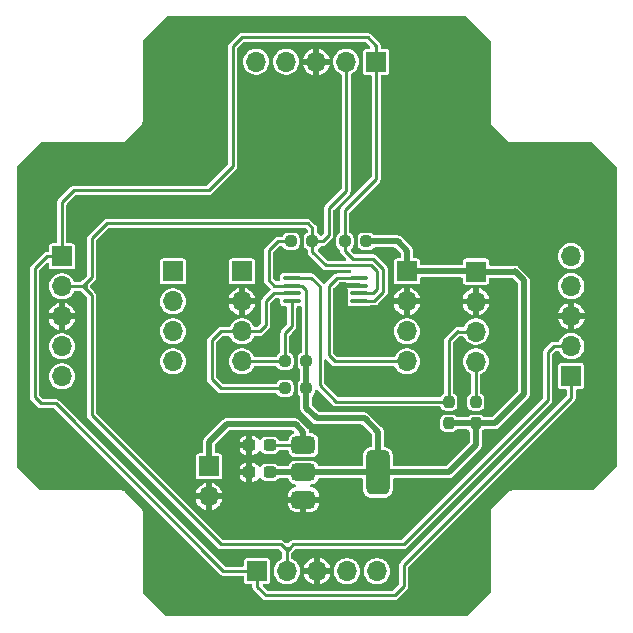
<source format=gbr>
%TF.GenerationSoftware,KiCad,Pcbnew,8.0.3-8.0.3-0~ubuntu22.04.1*%
%TF.CreationDate,2024-07-23T11:48:16+02:00*%
%TF.ProjectId,I2c_multi,4932635f-6d75-46c7-9469-2e6b69636164,rev?*%
%TF.SameCoordinates,Original*%
%TF.FileFunction,Copper,L2,Bot*%
%TF.FilePolarity,Positive*%
%FSLAX46Y46*%
G04 Gerber Fmt 4.6, Leading zero omitted, Abs format (unit mm)*
G04 Created by KiCad (PCBNEW 8.0.3-8.0.3-0~ubuntu22.04.1) date 2024-07-23 11:48:16*
%MOMM*%
%LPD*%
G01*
G04 APERTURE LIST*
G04 Aperture macros list*
%AMRoundRect*
0 Rectangle with rounded corners*
0 $1 Rounding radius*
0 $2 $3 $4 $5 $6 $7 $8 $9 X,Y pos of 4 corners*
0 Add a 4 corners polygon primitive as box body*
4,1,4,$2,$3,$4,$5,$6,$7,$8,$9,$2,$3,0*
0 Add four circle primitives for the rounded corners*
1,1,$1+$1,$2,$3*
1,1,$1+$1,$4,$5*
1,1,$1+$1,$6,$7*
1,1,$1+$1,$8,$9*
0 Add four rect primitives between the rounded corners*
20,1,$1+$1,$2,$3,$4,$5,0*
20,1,$1+$1,$4,$5,$6,$7,0*
20,1,$1+$1,$6,$7,$8,$9,0*
20,1,$1+$1,$8,$9,$2,$3,0*%
G04 Aperture macros list end*
%TA.AperFunction,ComponentPad*%
%ADD10R,1.700000X1.700000*%
%TD*%
%TA.AperFunction,ComponentPad*%
%ADD11O,1.700000X1.700000*%
%TD*%
%TA.AperFunction,SMDPad,CuDef*%
%ADD12RoundRect,0.237500X0.250000X0.237500X-0.250000X0.237500X-0.250000X-0.237500X0.250000X-0.237500X0*%
%TD*%
%TA.AperFunction,SMDPad,CuDef*%
%ADD13RoundRect,0.100000X-0.637500X-0.100000X0.637500X-0.100000X0.637500X0.100000X-0.637500X0.100000X0*%
%TD*%
%TA.AperFunction,SMDPad,CuDef*%
%ADD14RoundRect,0.375000X-0.625000X-0.375000X0.625000X-0.375000X0.625000X0.375000X-0.625000X0.375000X0*%
%TD*%
%TA.AperFunction,SMDPad,CuDef*%
%ADD15RoundRect,0.500000X-0.500000X-1.400000X0.500000X-1.400000X0.500000X1.400000X-0.500000X1.400000X0*%
%TD*%
%TA.AperFunction,SMDPad,CuDef*%
%ADD16RoundRect,0.237500X0.237500X-0.250000X0.237500X0.250000X-0.237500X0.250000X-0.237500X-0.250000X0*%
%TD*%
%TA.AperFunction,SMDPad,CuDef*%
%ADD17RoundRect,0.237500X-0.300000X-0.237500X0.300000X-0.237500X0.300000X0.237500X-0.300000X0.237500X0*%
%TD*%
%TA.AperFunction,SMDPad,CuDef*%
%ADD18RoundRect,0.237500X-0.250000X-0.237500X0.250000X-0.237500X0.250000X0.237500X-0.250000X0.237500X0*%
%TD*%
%TA.AperFunction,Conductor*%
%ADD19C,0.508000*%
%TD*%
%TA.AperFunction,Conductor*%
%ADD20C,0.254000*%
%TD*%
G04 APERTURE END LIST*
D10*
%TO.P,J3_EZO_ORP1,1,Pin_1*%
%TO.N,SC1*%
X199365000Y-68550000D03*
D11*
%TO.P,J3_EZO_ORP1,2,Pin_2*%
%TO.N,SD1*%
X199365000Y-66010000D03*
%TO.P,J3_EZO_ORP1,3,Pin_3*%
%TO.N,GND*%
X199365000Y-63470000D03*
%TO.P,J3_EZO_ORP1,4,Pin_4*%
%TO.N,unconnected-(J3_EZO_ORP1-Pin_4-Pad4)*%
X199365000Y-60930000D03*
%TO.P,J3_EZO_ORP1,5,Pin_5*%
%TO.N,Net-(J3_EZO_ORP1-Pin_5)*%
X199365000Y-58390000D03*
%TD*%
D10*
%TO.P,J5_Feather2,1,Pin_1*%
%TO.N,unconnected-(J5_Feather2-Pin_1-Pad1)*%
X171475000Y-59690000D03*
D11*
%TO.P,J5_Feather2,2,Pin_2*%
%TO.N,GND*%
X171475000Y-62230000D03*
%TO.P,J5_Feather2,3,Pin_3*%
%TO.N,SDA*%
X171475000Y-64770000D03*
%TO.P,J5_Feather2,4,Pin_4*%
%TO.N,SCL*%
X171475000Y-67310000D03*
%TD*%
D10*
%TO.P,J4_EZO_CO1,1,Pin_1*%
%TO.N,SC1*%
X182850000Y-41935000D03*
D11*
%TO.P,J4_EZO_CO1,2,Pin_2*%
%TO.N,SD1*%
X180310000Y-41935000D03*
%TO.P,J4_EZO_CO1,3,Pin_3*%
%TO.N,GND*%
X177770000Y-41935000D03*
%TO.P,J4_EZO_CO1,4,Pin_4*%
%TO.N,unconnected-(J4_EZO_CO1-Pin_4-Pad4)*%
X175230000Y-41935000D03*
%TO.P,J4_EZO_CO1,5,Pin_5*%
%TO.N,Net-(J4_EZO_CO1-Pin_5)*%
X172690000Y-41935000D03*
%TD*%
D10*
%TO.P,J1_EZO_DO1,1,Pin_1*%
%TO.N,SC1*%
X156235000Y-58420000D03*
D11*
%TO.P,J1_EZO_DO1,2,Pin_2*%
%TO.N,SD1*%
X156235000Y-60960000D03*
%TO.P,J1_EZO_DO1,3,Pin_3*%
%TO.N,GND*%
X156235000Y-63500000D03*
%TO.P,J1_EZO_DO1,4,Pin_4*%
%TO.N,unconnected-(J1_EZO_DO1-Pin_4-Pad4)*%
X156235000Y-66040000D03*
%TO.P,J1_EZO_DO1,5,Pin_5*%
%TO.N,Net-(J1_EZO_DO1-Pin_5)*%
X156235000Y-68580000D03*
%TD*%
D10*
%TO.P,J6_PWR1,1,Pin_1*%
%TO.N,Net-(J6_PWR1-Pin_1)*%
X168681000Y-76200000D03*
D11*
%TO.P,J6_PWR1,2,Pin_2*%
%TO.N,GND*%
X168681000Y-78740000D03*
%TD*%
D10*
%TO.P,J2_EZO_Ph1,1,Pin_1*%
%TO.N,SC1*%
X172750000Y-85065000D03*
D11*
%TO.P,J2_EZO_Ph1,2,Pin_2*%
%TO.N,SD1*%
X175290000Y-85065000D03*
%TO.P,J2_EZO_Ph1,3,Pin_3*%
%TO.N,GND*%
X177830000Y-85065000D03*
%TO.P,J2_EZO_Ph1,4,Pin_4*%
%TO.N,unconnected-(J2_EZO_Ph1-Pin_4-Pad4)*%
X180370000Y-85065000D03*
%TO.P,J2_EZO_Ph1,5,Pin_5*%
%TO.N,Net-(J2_EZO_Ph1-Pin_5)*%
X182910000Y-85065000D03*
%TD*%
D10*
%TO.P,J7_Temp1,1,Pin_1*%
%TO.N,3.3*%
X185445000Y-59690000D03*
D11*
%TO.P,J7_Temp1,2,Pin_2*%
%TO.N,GND*%
X185445000Y-62230000D03*
%TO.P,J7_Temp1,3,Pin_3*%
%TO.N,SD0*%
X185445000Y-64770000D03*
%TO.P,J7_Temp1,4,Pin_4*%
%TO.N,SC0*%
X185445000Y-67310000D03*
%TD*%
D10*
%TO.P,J5_Feather1,1,Pin_1*%
%TO.N,D1*%
X165633000Y-59690000D03*
D11*
%TO.P,J5_Feather1,2,Pin_2*%
%TO.N,D2*%
X165633000Y-62230000D03*
%TO.P,J5_Feather1,3,Pin_3*%
%TO.N,D3*%
X165633000Y-64770000D03*
%TO.P,J5_Feather1,4,Pin_4*%
%TO.N,D4*%
X165633000Y-67310000D03*
%TD*%
D10*
%TO.P,J8_Pres1,1,Pin_1*%
%TO.N,3.3*%
X191287000Y-59700000D03*
D11*
%TO.P,J8_Pres1,2,Pin_2*%
%TO.N,GND*%
X191287000Y-62240000D03*
%TO.P,J8_Pres1,3,Pin_3*%
%TO.N,SD0*%
X191287000Y-64780000D03*
%TO.P,J8_Pres1,4,Pin_4*%
%TO.N,SC0*%
X191287000Y-67320000D03*
%TD*%
D12*
%TO.P,R2,1*%
%TO.N,3.3*%
X182014500Y-57150000D03*
%TO.P,R2,2*%
%TO.N,SC1*%
X180189500Y-57150000D03*
%TD*%
D13*
%TO.P,U6,1,SCL*%
%TO.N,SCL*%
X175699500Y-62189000D03*
%TO.P,U6,2,SDA*%
%TO.N,SDA*%
X175699500Y-61539000D03*
%TO.P,U6,3,VDD*%
%TO.N,3.3*%
X175699500Y-60889000D03*
%TO.P,U6,4,SD0*%
%TO.N,SD0*%
X175699500Y-60239000D03*
%TO.P,U6,5,SC0*%
%TO.N,SC0*%
X181424500Y-60239000D03*
%TO.P,U6,6,VSS*%
%TO.N,GND*%
X181424500Y-60889000D03*
%TO.P,U6,7,SD1*%
%TO.N,SD1*%
X181424500Y-61539000D03*
%TO.P,U6,8,SC1*%
%TO.N,SC1*%
X181424500Y-62189000D03*
%TD*%
D14*
%TO.P,U1,1,GND*%
%TO.N,GND*%
X176682000Y-79008000D03*
%TO.P,U1,2,VO*%
%TO.N,3.3*%
X176682000Y-76708000D03*
D15*
X182982000Y-76708000D03*
D14*
%TO.P,U1,3,VI*%
%TO.N,Net-(J6_PWR1-Pin_1)*%
X176682000Y-74408000D03*
%TD*%
D16*
%TO.P,R4,1*%
%TO.N,3.3*%
X188976000Y-72550500D03*
%TO.P,R4,2*%
%TO.N,SD0*%
X188976000Y-70725500D03*
%TD*%
D17*
%TO.P,C10,1*%
%TO.N,GND*%
X172111500Y-74422000D03*
%TO.P,C10,2*%
%TO.N,Net-(J6_PWR1-Pin_1)*%
X173836500Y-74422000D03*
%TD*%
%TO.P,C9,1*%
%TO.N,GND*%
X172111500Y-76708000D03*
%TO.P,C9,2*%
%TO.N,3.3*%
X173836500Y-76708000D03*
%TD*%
D18*
%TO.P,R1,1*%
%TO.N,3.3*%
X175617500Y-57150000D03*
%TO.P,R1,2*%
%TO.N,SD1*%
X177442500Y-57150000D03*
%TD*%
%TO.P,R5,1*%
%TO.N,SCL*%
X175109500Y-67310000D03*
%TO.P,R5,2*%
%TO.N,3.3*%
X176934500Y-67310000D03*
%TD*%
%TO.P,R6,1*%
%TO.N,SDA*%
X175109500Y-69596000D03*
%TO.P,R6,2*%
%TO.N,3.3*%
X176934500Y-69596000D03*
%TD*%
D16*
%TO.P,R3,1*%
%TO.N,3.3*%
X191262000Y-72550500D03*
%TO.P,R3,2*%
%TO.N,SC0*%
X191262000Y-70725500D03*
%TD*%
D19*
%TO.N,3.3*%
X195326000Y-60452000D02*
X194564000Y-59690000D01*
X176934500Y-69596000D02*
X176934500Y-71270500D01*
X188976000Y-76708000D02*
X191262000Y-74422000D01*
X195326000Y-70104000D02*
X195326000Y-60452000D01*
X185445000Y-57937000D02*
X184658000Y-57150000D01*
X185445000Y-59690000D02*
X191277000Y-59690000D01*
X181864000Y-72136000D02*
X182982000Y-73254000D01*
X173836500Y-76708000D02*
X176682000Y-76708000D01*
X188976000Y-72550500D02*
X191262000Y-72550500D01*
X185445000Y-59690000D02*
X185445000Y-57937000D01*
D20*
X174173000Y-60889000D02*
X173736000Y-60452000D01*
X176934500Y-61288438D02*
X176934500Y-67310000D01*
D19*
X182982000Y-73254000D02*
X182982000Y-76708000D01*
X176934500Y-69596000D02*
X176934500Y-67310000D01*
X194564000Y-59690000D02*
X194554000Y-59700000D01*
X176934500Y-71270500D02*
X177800000Y-72136000D01*
D20*
X174498000Y-57150000D02*
X175617500Y-57150000D01*
X173736000Y-57912000D02*
X174498000Y-57150000D01*
D19*
X191262000Y-74422000D02*
X191262000Y-72550500D01*
X194554000Y-59700000D02*
X191287000Y-59700000D01*
X177800000Y-72136000D02*
X181864000Y-72136000D01*
X176682000Y-76708000D02*
X182982000Y-76708000D01*
D20*
X173736000Y-60452000D02*
X173736000Y-57912000D01*
X175699500Y-60889000D02*
X174173000Y-60889000D01*
D19*
X184658000Y-57150000D02*
X182014500Y-57150000D01*
X191262000Y-72550500D02*
X192879500Y-72550500D01*
X191277000Y-59690000D02*
X191287000Y-59700000D01*
D20*
X175699500Y-60889000D02*
X176535062Y-60889000D01*
D19*
X192879500Y-72550500D02*
X195326000Y-70104000D01*
X182982000Y-76708000D02*
X188976000Y-76708000D01*
D20*
X176535062Y-60889000D02*
X176934500Y-61288438D01*
D19*
%TO.N,Net-(J6_PWR1-Pin_1)*%
X170180000Y-72644000D02*
X176022000Y-72644000D01*
X176022000Y-72644000D02*
X176682000Y-73304000D01*
X168681000Y-76200000D02*
X168681000Y-74143000D01*
X176682000Y-73304000D02*
X176682000Y-74408000D01*
X168681000Y-74143000D02*
X170180000Y-72644000D01*
D20*
X176682000Y-74408000D02*
X173850500Y-74408000D01*
%TO.N,SC1*%
X157226000Y-52832000D02*
X168656000Y-52832000D01*
X180189500Y-57150000D02*
X180189500Y-54506500D01*
X153924000Y-59436000D02*
X154940000Y-58420000D01*
X156235000Y-53823000D02*
X157226000Y-52832000D01*
X170688000Y-40640000D02*
X171450000Y-39878000D01*
X153924000Y-70358000D02*
X153924000Y-59436000D01*
X182601474Y-58628000D02*
X180848000Y-58628000D01*
X199365000Y-70383000D02*
X199365000Y-68550000D01*
X168656000Y-52832000D02*
X170688000Y-50800000D01*
X170688000Y-50800000D02*
X170688000Y-40640000D01*
X182118000Y-39878000D02*
X182850000Y-40610000D01*
X182688474Y-62189000D02*
X183434000Y-61443474D01*
X154432000Y-70866000D02*
X153924000Y-70358000D01*
X181424500Y-62189000D02*
X182688474Y-62189000D01*
X173482000Y-87122000D02*
X184404000Y-87122000D01*
X185166000Y-86360000D02*
X185166000Y-84582000D01*
X154940000Y-58420000D02*
X156235000Y-58420000D01*
X182850000Y-51846000D02*
X182850000Y-41935000D01*
X183434000Y-59460526D02*
X182601474Y-58628000D01*
X180848000Y-58628000D02*
X180189500Y-57969500D01*
X156235000Y-58420000D02*
X156235000Y-53823000D01*
X183434000Y-61443474D02*
X183434000Y-59460526D01*
X185166000Y-84582000D02*
X199365000Y-70383000D01*
X180189500Y-54506500D02*
X182850000Y-51846000D01*
X172750000Y-85065000D02*
X169901000Y-85065000D01*
X172725000Y-85090000D02*
X172750000Y-85065000D01*
X169901000Y-85065000D02*
X155702000Y-70866000D01*
X172750000Y-86390000D02*
X173482000Y-87122000D01*
X172750000Y-85065000D02*
X172750000Y-86390000D01*
X171450000Y-39878000D02*
X182118000Y-39878000D01*
X155702000Y-70866000D02*
X154432000Y-70866000D01*
X182850000Y-40610000D02*
X182850000Y-41935000D01*
X180189500Y-57969500D02*
X180189500Y-57150000D01*
X184404000Y-87122000D02*
X185166000Y-86360000D01*
%TO.N,SD1*%
X158242000Y-61214000D02*
X158750000Y-61722000D01*
X180310000Y-52862000D02*
X180310000Y-41935000D01*
X182880000Y-59690000D02*
X182372000Y-59182000D01*
X197896000Y-66010000D02*
X197358000Y-66548000D01*
X157988000Y-60960000D02*
X158242000Y-61214000D01*
X197358000Y-70612000D02*
X185166000Y-82804000D01*
X181424500Y-61539000D02*
X182555000Y-61539000D01*
X158750000Y-60198000D02*
X158242000Y-60706000D01*
X175006000Y-83058000D02*
X175036000Y-83088000D01*
X160020000Y-55626000D02*
X158750000Y-56896000D01*
X185166000Y-82804000D02*
X175828000Y-82804000D01*
X197358000Y-66548000D02*
X197358000Y-70612000D01*
X178816000Y-56642000D02*
X178816000Y-54356000D01*
X158750000Y-56896000D02*
X158750000Y-60198000D01*
X199365000Y-66010000D02*
X197896000Y-66010000D01*
X177442500Y-57150000D02*
X177442500Y-56030500D01*
X182555000Y-61539000D02*
X182880000Y-61214000D01*
X175006000Y-83058000D02*
X175290000Y-83342000D01*
X157988000Y-60960000D02*
X156235000Y-60960000D01*
X182372000Y-59182000D02*
X178562000Y-59182000D01*
X158750000Y-61722000D02*
X158750000Y-71882000D01*
X178562000Y-59182000D02*
X177442500Y-58062500D01*
X175544000Y-83088000D02*
X175290000Y-83342000D01*
X177442500Y-57150000D02*
X178308000Y-57150000D01*
X158242000Y-60706000D02*
X158242000Y-61214000D01*
X177442500Y-58062500D02*
X177442500Y-57150000D01*
X169672000Y-82804000D02*
X174752000Y-82804000D01*
X158242000Y-60706000D02*
X157988000Y-60960000D01*
X175828000Y-82804000D02*
X175544000Y-83088000D01*
X177442500Y-56030500D02*
X177038000Y-55626000D01*
X178816000Y-54356000D02*
X180310000Y-52862000D01*
X178308000Y-57150000D02*
X178816000Y-56642000D01*
X174752000Y-82804000D02*
X175006000Y-83058000D01*
X175036000Y-83088000D02*
X175544000Y-83088000D01*
X175290000Y-83342000D02*
X175290000Y-85065000D01*
X182880000Y-61214000D02*
X182880000Y-59690000D01*
X177038000Y-55626000D02*
X160020000Y-55626000D01*
X158750000Y-71882000D02*
X169672000Y-82804000D01*
%TO.N,SCL*%
X171475000Y-67310000D02*
X175109500Y-67310000D01*
X175109500Y-64920500D02*
X175699500Y-64330500D01*
X175109500Y-67310000D02*
X175109500Y-64920500D01*
X175699500Y-64330500D02*
X175699500Y-62189000D01*
%TO.N,SDA*%
X173482000Y-62230000D02*
X174173000Y-61539000D01*
X168910000Y-68834000D02*
X168910000Y-65532000D01*
X169672000Y-69596000D02*
X168910000Y-68834000D01*
X171475000Y-64770000D02*
X172974000Y-64770000D01*
X172974000Y-64770000D02*
X173482000Y-64262000D01*
X175109500Y-69596000D02*
X169672000Y-69596000D01*
X174173000Y-61539000D02*
X175699500Y-61539000D01*
X169672000Y-64770000D02*
X171475000Y-64770000D01*
X173482000Y-64262000D02*
X173482000Y-62230000D01*
X168910000Y-65532000D02*
X169672000Y-64770000D01*
%TO.N,SC0*%
X181424500Y-60239000D02*
X179537000Y-60239000D01*
X179537000Y-60239000D02*
X178816000Y-60960000D01*
X178816000Y-60960000D02*
X178816000Y-66802000D01*
X191262000Y-70725500D02*
X191262000Y-67345000D01*
X191262000Y-67345000D02*
X191287000Y-67320000D01*
X178816000Y-66802000D02*
X179324000Y-67310000D01*
X179324000Y-67310000D02*
X185445000Y-67310000D01*
%TO.N,SD0*%
X177333000Y-60239000D02*
X178054000Y-60960000D01*
X188976000Y-70725500D02*
X188976000Y-65532000D01*
X189738000Y-64770000D02*
X189748000Y-64780000D01*
X188976000Y-65532000D02*
X189738000Y-64770000D01*
X178054000Y-60960000D02*
X178054000Y-69342000D01*
X175699500Y-60239000D02*
X177333000Y-60239000D01*
X189748000Y-64780000D02*
X191287000Y-64780000D01*
X178054000Y-69342000D02*
X179437500Y-70725500D01*
X179437500Y-70725500D02*
X188976000Y-70725500D01*
%TD*%
%TA.AperFunction,Conductor*%
%TO.N,GND*%
G36*
X190515677Y-38119685D02*
G01*
X190536319Y-38136319D01*
X192495681Y-40095681D01*
X192529166Y-40157004D01*
X192532000Y-40183362D01*
X192532000Y-46995065D01*
X192539500Y-47032771D01*
X192539500Y-47055891D01*
X192573608Y-47183187D01*
X192606554Y-47240250D01*
X192639500Y-47297314D01*
X192639501Y-47297315D01*
X192639502Y-47297316D01*
X193905159Y-48562972D01*
X193905169Y-48562983D01*
X193909499Y-48567313D01*
X193909500Y-48567314D01*
X194002686Y-48660500D01*
X194116814Y-48726392D01*
X194244107Y-48760500D01*
X194244108Y-48760500D01*
X194267229Y-48760500D01*
X194304935Y-48768000D01*
X194310000Y-48768000D01*
X201116638Y-48768000D01*
X201183677Y-48787685D01*
X201204319Y-48804319D01*
X203163681Y-50763681D01*
X203197166Y-50825004D01*
X203200000Y-50851362D01*
X203200000Y-76148638D01*
X203180315Y-76215677D01*
X203163681Y-76236319D01*
X201204319Y-78195681D01*
X201142996Y-78229166D01*
X201116638Y-78232000D01*
X194304935Y-78232000D01*
X194267229Y-78239500D01*
X194244107Y-78239500D01*
X194161584Y-78261611D01*
X194161584Y-78261612D01*
X194116814Y-78273608D01*
X194116813Y-78273608D01*
X194116811Y-78273609D01*
X194002686Y-78339500D01*
X194002683Y-78339502D01*
X193909498Y-78432688D01*
X192715245Y-79626940D01*
X192715244Y-79626940D01*
X192715245Y-79626941D01*
X192639500Y-79702686D01*
X192573608Y-79816812D01*
X192539500Y-79944108D01*
X192539500Y-79967228D01*
X192532000Y-80004932D01*
X192532000Y-86816638D01*
X192512315Y-86883677D01*
X192495681Y-86904319D01*
X190536319Y-88863681D01*
X190474996Y-88897166D01*
X190448638Y-88900000D01*
X165151362Y-88900000D01*
X165084323Y-88880315D01*
X165063681Y-88863681D01*
X163104319Y-86904319D01*
X163070834Y-86842996D01*
X163068000Y-86816638D01*
X163068000Y-80004932D01*
X163060500Y-79967228D01*
X163060500Y-79944110D01*
X163060500Y-79944108D01*
X163026392Y-79816814D01*
X162960500Y-79702686D01*
X162867314Y-79609500D01*
X162867313Y-79609499D01*
X162862983Y-79605169D01*
X162862972Y-79605159D01*
X161597316Y-78339502D01*
X161597315Y-78339501D01*
X161597314Y-78339500D01*
X161540250Y-78306554D01*
X161483187Y-78273608D01*
X161419539Y-78256554D01*
X161355892Y-78239500D01*
X161355891Y-78239500D01*
X161332771Y-78239500D01*
X161295065Y-78232000D01*
X161290000Y-78232000D01*
X154483362Y-78232000D01*
X154416323Y-78212315D01*
X154395681Y-78195681D01*
X152436319Y-76236319D01*
X152402834Y-76174996D01*
X152400000Y-76148638D01*
X152400000Y-59385775D01*
X153542500Y-59385775D01*
X153542500Y-70408225D01*
X153558960Y-70469654D01*
X153568499Y-70505255D01*
X153568500Y-70505256D01*
X153596736Y-70554162D01*
X153601131Y-70561775D01*
X153618724Y-70592247D01*
X153618725Y-70592248D01*
X153618726Y-70592249D01*
X154122383Y-71095905D01*
X154122393Y-71095916D01*
X154197754Y-71171277D01*
X154241249Y-71196388D01*
X154284746Y-71221501D01*
X154381775Y-71247500D01*
X155492615Y-71247500D01*
X155559654Y-71267185D01*
X155580296Y-71283819D01*
X169591383Y-85294905D01*
X169591393Y-85294916D01*
X169666754Y-85370277D01*
X169669751Y-85372007D01*
X169753746Y-85420501D01*
X169850775Y-85446500D01*
X169951225Y-85446500D01*
X171521501Y-85446500D01*
X171588540Y-85466185D01*
X171634295Y-85518989D01*
X171645501Y-85570500D01*
X171645501Y-85940066D01*
X171654767Y-85986651D01*
X171660266Y-86014301D01*
X171716515Y-86098484D01*
X171750234Y-86121014D01*
X171800699Y-86154734D01*
X171800702Y-86154734D01*
X171800703Y-86154735D01*
X171825666Y-86159700D01*
X171874933Y-86169500D01*
X172244500Y-86169499D01*
X172311539Y-86189183D01*
X172357294Y-86241987D01*
X172368500Y-86293499D01*
X172368500Y-86440225D01*
X172394499Y-86537254D01*
X172427404Y-86594247D01*
X172444723Y-86624246D01*
X172444725Y-86624248D01*
X173172383Y-87351905D01*
X173172393Y-87351916D01*
X173247754Y-87427277D01*
X173291249Y-87452388D01*
X173334746Y-87477501D01*
X173431775Y-87503500D01*
X173431778Y-87503500D01*
X184454222Y-87503500D01*
X184454225Y-87503500D01*
X184551254Y-87477501D01*
X184638247Y-87427276D01*
X184709276Y-87356247D01*
X185471276Y-86594247D01*
X185521502Y-86507253D01*
X185547501Y-86410225D01*
X185547501Y-86309775D01*
X185547501Y-86302180D01*
X185547500Y-86302162D01*
X185547500Y-84791383D01*
X185567185Y-84724344D01*
X185583814Y-84703707D01*
X199589037Y-70698483D01*
X199589042Y-70698480D01*
X199599245Y-70688276D01*
X199599247Y-70688276D01*
X199670276Y-70617247D01*
X199720501Y-70530254D01*
X199746500Y-70433225D01*
X199746500Y-69778499D01*
X199766185Y-69711460D01*
X199818989Y-69665705D01*
X199870500Y-69654499D01*
X200240064Y-69654499D01*
X200240066Y-69654499D01*
X200314301Y-69639734D01*
X200398484Y-69583484D01*
X200454734Y-69499301D01*
X200469500Y-69425067D01*
X200469499Y-67674934D01*
X200454734Y-67600699D01*
X200436068Y-67572765D01*
X200398484Y-67516515D01*
X200337100Y-67475500D01*
X200314301Y-67460266D01*
X200314299Y-67460265D01*
X200314296Y-67460264D01*
X200240069Y-67445500D01*
X198489936Y-67445500D01*
X198415698Y-67460266D01*
X198331515Y-67516515D01*
X198275266Y-67600699D01*
X198275264Y-67600703D01*
X198260500Y-67674928D01*
X198260500Y-69425063D01*
X198275266Y-69499301D01*
X198331515Y-69583484D01*
X198365234Y-69606014D01*
X198415699Y-69639734D01*
X198415702Y-69639734D01*
X198415703Y-69639735D01*
X198440666Y-69644700D01*
X198489933Y-69654500D01*
X198859500Y-69654499D01*
X198926539Y-69674183D01*
X198972294Y-69726987D01*
X198983500Y-69778499D01*
X198983500Y-70173614D01*
X198963815Y-70240653D01*
X198947181Y-70261295D01*
X184914311Y-84294164D01*
X184914312Y-84294165D01*
X184860722Y-84347754D01*
X184810499Y-84434745D01*
X184810499Y-84434746D01*
X184784500Y-84531775D01*
X184784500Y-84531777D01*
X184784500Y-86150615D01*
X184764815Y-86217654D01*
X184748181Y-86238296D01*
X184282296Y-86704181D01*
X184220973Y-86737666D01*
X184194615Y-86740500D01*
X173691384Y-86740500D01*
X173624345Y-86720815D01*
X173603703Y-86704181D01*
X173280703Y-86381180D01*
X173247218Y-86319857D01*
X173252202Y-86250165D01*
X173294074Y-86194232D01*
X173359538Y-86169815D01*
X173368384Y-86169499D01*
X173625064Y-86169499D01*
X173625066Y-86169499D01*
X173699301Y-86154734D01*
X173783484Y-86098484D01*
X173839734Y-86014301D01*
X173854500Y-85940067D01*
X173854499Y-84189934D01*
X173839734Y-84115699D01*
X173801842Y-84058990D01*
X173783484Y-84031515D01*
X173733019Y-83997796D01*
X173699301Y-83975266D01*
X173699299Y-83975265D01*
X173699296Y-83975264D01*
X173625069Y-83960500D01*
X171874936Y-83960500D01*
X171800698Y-83975266D01*
X171716515Y-84031515D01*
X171660266Y-84115699D01*
X171660264Y-84115703D01*
X171645500Y-84189928D01*
X171645500Y-84559500D01*
X171625815Y-84626539D01*
X171573011Y-84672294D01*
X171521500Y-84683500D01*
X170110384Y-84683500D01*
X170043345Y-84663815D01*
X170022703Y-84647181D01*
X162992335Y-77616813D01*
X155936247Y-70560724D01*
X155849254Y-70510499D01*
X155849255Y-70510499D01*
X155824996Y-70503999D01*
X155752225Y-70484500D01*
X155752222Y-70484500D01*
X154641384Y-70484500D01*
X154574345Y-70464815D01*
X154553703Y-70448181D01*
X154341819Y-70236296D01*
X154308334Y-70174973D01*
X154305500Y-70148615D01*
X154305500Y-68579999D01*
X155125768Y-68579999D01*
X155125768Y-68580000D01*
X155144654Y-68783816D01*
X155144654Y-68783818D01*
X155144655Y-68783821D01*
X155198943Y-68974624D01*
X155200673Y-68980704D01*
X155291912Y-69163935D01*
X155415269Y-69327287D01*
X155566537Y-69465185D01*
X155566539Y-69465187D01*
X155740569Y-69572942D01*
X155740575Y-69572945D01*
X155749099Y-69576247D01*
X155931444Y-69646888D01*
X156132653Y-69684500D01*
X156132656Y-69684500D01*
X156337344Y-69684500D01*
X156337347Y-69684500D01*
X156538556Y-69646888D01*
X156729427Y-69572944D01*
X156903462Y-69465186D01*
X157054732Y-69327285D01*
X157178088Y-69163935D01*
X157269328Y-68980701D01*
X157325345Y-68783821D01*
X157344232Y-68580000D01*
X157325345Y-68376179D01*
X157269328Y-68179299D01*
X157178088Y-67996065D01*
X157054732Y-67832715D01*
X157054730Y-67832712D01*
X156903462Y-67694814D01*
X156903460Y-67694812D01*
X156729430Y-67587057D01*
X156729424Y-67587054D01*
X156566186Y-67523816D01*
X156538556Y-67513112D01*
X156337347Y-67475500D01*
X156132653Y-67475500D01*
X155931444Y-67513112D01*
X155931441Y-67513112D01*
X155931441Y-67513113D01*
X155740575Y-67587054D01*
X155740569Y-67587057D01*
X155566539Y-67694812D01*
X155566537Y-67694814D01*
X155415269Y-67832712D01*
X155291912Y-67996064D01*
X155200673Y-68179295D01*
X155193306Y-68205187D01*
X155155369Y-68338525D01*
X155144654Y-68376183D01*
X155125768Y-68579999D01*
X154305500Y-68579999D01*
X154305500Y-66039999D01*
X155125768Y-66039999D01*
X155125768Y-66040000D01*
X155144654Y-66243816D01*
X155144654Y-66243818D01*
X155144655Y-66243821D01*
X155198997Y-66434814D01*
X155200673Y-66440704D01*
X155291912Y-66623935D01*
X155415269Y-66787287D01*
X155566537Y-66925185D01*
X155566539Y-66925187D01*
X155740569Y-67032942D01*
X155740575Y-67032945D01*
X155749099Y-67036247D01*
X155931444Y-67106888D01*
X156132653Y-67144500D01*
X156132656Y-67144500D01*
X156337344Y-67144500D01*
X156337347Y-67144500D01*
X156538556Y-67106888D01*
X156729427Y-67032944D01*
X156903462Y-66925186D01*
X157054732Y-66787285D01*
X157178088Y-66623935D01*
X157269328Y-66440701D01*
X157325345Y-66243821D01*
X157344232Y-66040000D01*
X157325345Y-65836179D01*
X157269328Y-65639299D01*
X157178088Y-65456065D01*
X157100963Y-65353935D01*
X157054730Y-65292712D01*
X156903462Y-65154814D01*
X156903460Y-65154812D01*
X156729430Y-65047057D01*
X156729424Y-65047054D01*
X156540373Y-64973816D01*
X156538556Y-64973112D01*
X156337347Y-64935500D01*
X156132653Y-64935500D01*
X155931444Y-64973112D01*
X155931441Y-64973112D01*
X155931441Y-64973113D01*
X155740575Y-65047054D01*
X155740569Y-65047057D01*
X155566539Y-65154812D01*
X155566537Y-65154814D01*
X155415269Y-65292712D01*
X155291912Y-65456064D01*
X155200673Y-65639295D01*
X155144654Y-65836183D01*
X155125768Y-66039999D01*
X154305500Y-66039999D01*
X154305500Y-63249999D01*
X155110487Y-63249999D01*
X155110488Y-63250000D01*
X155801988Y-63250000D01*
X155769075Y-63307007D01*
X155735000Y-63434174D01*
X155735000Y-63565826D01*
X155769075Y-63692993D01*
X155801988Y-63750000D01*
X155110488Y-63750000D01*
X155158062Y-63917205D01*
X155158067Y-63917218D01*
X155253061Y-64107991D01*
X155381500Y-64278071D01*
X155539000Y-64421651D01*
X155539002Y-64421653D01*
X155720201Y-64533846D01*
X155720207Y-64533849D01*
X155918941Y-64610838D01*
X155985000Y-64623186D01*
X155985000Y-63933012D01*
X156042007Y-63965925D01*
X156169174Y-64000000D01*
X156300826Y-64000000D01*
X156427993Y-63965925D01*
X156485000Y-63933012D01*
X156485000Y-64623185D01*
X156551058Y-64610838D01*
X156749792Y-64533849D01*
X156749798Y-64533846D01*
X156930997Y-64421653D01*
X156930999Y-64421651D01*
X157088499Y-64278071D01*
X157216938Y-64107991D01*
X157311932Y-63917218D01*
X157311937Y-63917205D01*
X157359512Y-63750000D01*
X156668012Y-63750000D01*
X156700925Y-63692993D01*
X156735000Y-63565826D01*
X156735000Y-63434174D01*
X156700925Y-63307007D01*
X156668012Y-63250000D01*
X157359512Y-63250000D01*
X157359512Y-63249999D01*
X157311937Y-63082794D01*
X157311932Y-63082781D01*
X157216938Y-62892008D01*
X157088499Y-62721928D01*
X156930999Y-62578348D01*
X156930997Y-62578346D01*
X156749798Y-62466153D01*
X156749789Y-62466149D01*
X156551063Y-62389163D01*
X156551058Y-62389162D01*
X156485000Y-62376813D01*
X156485000Y-63066988D01*
X156427993Y-63034075D01*
X156300826Y-63000000D01*
X156169174Y-63000000D01*
X156042007Y-63034075D01*
X155985000Y-63066988D01*
X155985000Y-62376813D01*
X155918941Y-62389162D01*
X155918936Y-62389163D01*
X155720210Y-62466149D01*
X155720201Y-62466153D01*
X155539002Y-62578346D01*
X155539000Y-62578348D01*
X155381500Y-62721928D01*
X155253061Y-62892008D01*
X155158067Y-63082781D01*
X155158062Y-63082794D01*
X155110487Y-63249999D01*
X154305500Y-63249999D01*
X154305500Y-59645385D01*
X154325185Y-59578346D01*
X154341819Y-59557704D01*
X154918820Y-58980703D01*
X154980143Y-58947218D01*
X155049835Y-58952202D01*
X155105768Y-58994074D01*
X155130185Y-59059538D01*
X155130501Y-59068384D01*
X155130501Y-59295066D01*
X155145265Y-59369296D01*
X155145266Y-59369301D01*
X155201515Y-59453484D01*
X155206607Y-59456886D01*
X155285699Y-59509734D01*
X155285702Y-59509734D01*
X155285703Y-59509735D01*
X155310666Y-59514700D01*
X155359933Y-59524500D01*
X157110066Y-59524499D01*
X157184301Y-59509734D01*
X157268484Y-59453484D01*
X157324734Y-59369301D01*
X157339500Y-59295067D01*
X157339499Y-57544934D01*
X157324734Y-57470699D01*
X157300582Y-57434553D01*
X157268484Y-57386515D01*
X157218019Y-57352796D01*
X157184301Y-57330266D01*
X157184299Y-57330265D01*
X157184296Y-57330264D01*
X157110071Y-57315500D01*
X157110067Y-57315500D01*
X156740500Y-57315500D01*
X156673461Y-57295815D01*
X156627706Y-57243011D01*
X156616500Y-57191500D01*
X156616500Y-54032385D01*
X156636185Y-53965346D01*
X156652819Y-53944704D01*
X157347704Y-53249819D01*
X157409027Y-53216334D01*
X157435385Y-53213500D01*
X168706222Y-53213500D01*
X168706225Y-53213500D01*
X168803254Y-53187501D01*
X168890247Y-53137276D01*
X168961276Y-53066247D01*
X170993276Y-51034247D01*
X171016983Y-50993185D01*
X171043501Y-50947254D01*
X171069500Y-50850225D01*
X171069500Y-41934999D01*
X171580768Y-41934999D01*
X171580768Y-41935000D01*
X171599654Y-42138816D01*
X171655673Y-42335704D01*
X171746912Y-42518935D01*
X171870269Y-42682287D01*
X172021537Y-42820185D01*
X172021539Y-42820187D01*
X172195569Y-42927942D01*
X172195575Y-42927945D01*
X172195583Y-42927948D01*
X172386444Y-43001888D01*
X172587653Y-43039500D01*
X172587656Y-43039500D01*
X172792344Y-43039500D01*
X172792347Y-43039500D01*
X172993556Y-43001888D01*
X173184427Y-42927944D01*
X173358462Y-42820186D01*
X173509732Y-42682285D01*
X173633088Y-42518935D01*
X173724328Y-42335701D01*
X173780345Y-42138821D01*
X173799232Y-41935000D01*
X173799232Y-41934999D01*
X174120768Y-41934999D01*
X174120768Y-41935000D01*
X174139654Y-42138816D01*
X174195673Y-42335704D01*
X174286912Y-42518935D01*
X174410269Y-42682287D01*
X174561537Y-42820185D01*
X174561539Y-42820187D01*
X174735569Y-42927942D01*
X174735575Y-42927945D01*
X174735583Y-42927948D01*
X174926444Y-43001888D01*
X175127653Y-43039500D01*
X175127656Y-43039500D01*
X175332344Y-43039500D01*
X175332347Y-43039500D01*
X175533556Y-43001888D01*
X175724427Y-42927944D01*
X175898462Y-42820186D01*
X176049732Y-42682285D01*
X176173088Y-42518935D01*
X176264328Y-42335701D01*
X176320345Y-42138821D01*
X176339232Y-41935000D01*
X176320345Y-41731179D01*
X176307206Y-41684999D01*
X176645487Y-41684999D01*
X176645488Y-41685000D01*
X177336988Y-41685000D01*
X177304075Y-41742007D01*
X177270000Y-41869174D01*
X177270000Y-42000826D01*
X177304075Y-42127993D01*
X177336988Y-42185000D01*
X176645488Y-42185000D01*
X176693062Y-42352205D01*
X176693067Y-42352218D01*
X176788061Y-42542991D01*
X176916500Y-42713071D01*
X177074000Y-42856651D01*
X177074002Y-42856653D01*
X177255201Y-42968846D01*
X177255207Y-42968849D01*
X177453941Y-43045838D01*
X177520000Y-43058186D01*
X177520000Y-42368012D01*
X177577007Y-42400925D01*
X177704174Y-42435000D01*
X177835826Y-42435000D01*
X177962993Y-42400925D01*
X178020000Y-42368012D01*
X178020000Y-43058185D01*
X178086058Y-43045838D01*
X178284792Y-42968849D01*
X178284798Y-42968846D01*
X178465997Y-42856653D01*
X178465999Y-42856651D01*
X178623499Y-42713071D01*
X178751938Y-42542991D01*
X178846932Y-42352218D01*
X178846937Y-42352205D01*
X178894512Y-42185000D01*
X178203012Y-42185000D01*
X178235925Y-42127993D01*
X178270000Y-42000826D01*
X178270000Y-41869174D01*
X178235925Y-41742007D01*
X178203012Y-41685000D01*
X178894512Y-41685000D01*
X178894512Y-41684999D01*
X178846937Y-41517794D01*
X178846932Y-41517781D01*
X178751938Y-41327008D01*
X178623499Y-41156928D01*
X178465999Y-41013348D01*
X178465997Y-41013346D01*
X178284798Y-40901153D01*
X178284789Y-40901149D01*
X178086063Y-40824163D01*
X178086058Y-40824162D01*
X178020000Y-40811813D01*
X178020000Y-41501988D01*
X177962993Y-41469075D01*
X177835826Y-41435000D01*
X177704174Y-41435000D01*
X177577007Y-41469075D01*
X177520000Y-41501988D01*
X177520000Y-40811813D01*
X177453941Y-40824162D01*
X177453936Y-40824163D01*
X177255210Y-40901149D01*
X177255201Y-40901153D01*
X177074002Y-41013346D01*
X177074000Y-41013348D01*
X176916500Y-41156928D01*
X176788061Y-41327008D01*
X176693067Y-41517781D01*
X176693062Y-41517794D01*
X176645487Y-41684999D01*
X176307206Y-41684999D01*
X176264328Y-41534299D01*
X176173088Y-41351065D01*
X176049732Y-41187715D01*
X176049730Y-41187712D01*
X175898462Y-41049814D01*
X175898460Y-41049812D01*
X175724430Y-40942057D01*
X175724424Y-40942054D01*
X175573993Y-40883777D01*
X175533556Y-40868112D01*
X175332347Y-40830500D01*
X175127653Y-40830500D01*
X174926444Y-40868112D01*
X174926441Y-40868112D01*
X174926441Y-40868113D01*
X174735575Y-40942054D01*
X174735569Y-40942057D01*
X174561539Y-41049812D01*
X174561537Y-41049814D01*
X174410269Y-41187712D01*
X174286912Y-41351064D01*
X174195673Y-41534295D01*
X174139654Y-41731183D01*
X174120768Y-41934999D01*
X173799232Y-41934999D01*
X173780345Y-41731179D01*
X173724328Y-41534299D01*
X173633088Y-41351065D01*
X173509732Y-41187715D01*
X173509730Y-41187712D01*
X173358462Y-41049814D01*
X173358460Y-41049812D01*
X173184430Y-40942057D01*
X173184424Y-40942054D01*
X173033993Y-40883777D01*
X172993556Y-40868112D01*
X172792347Y-40830500D01*
X172587653Y-40830500D01*
X172386444Y-40868112D01*
X172386441Y-40868112D01*
X172386441Y-40868113D01*
X172195575Y-40942054D01*
X172195569Y-40942057D01*
X172021539Y-41049812D01*
X172021537Y-41049814D01*
X171870269Y-41187712D01*
X171746912Y-41351064D01*
X171655673Y-41534295D01*
X171599654Y-41731183D01*
X171580768Y-41934999D01*
X171069500Y-41934999D01*
X171069500Y-40849385D01*
X171089185Y-40782346D01*
X171105819Y-40761704D01*
X171571704Y-40295819D01*
X171633027Y-40262334D01*
X171659385Y-40259500D01*
X181908615Y-40259500D01*
X181975654Y-40279185D01*
X181996296Y-40295819D01*
X182193223Y-40492746D01*
X182319297Y-40618819D01*
X182352782Y-40680142D01*
X182347798Y-40749833D01*
X182305927Y-40805767D01*
X182240462Y-40830184D01*
X182231616Y-40830500D01*
X181974936Y-40830500D01*
X181900698Y-40845266D01*
X181816515Y-40901515D01*
X181760266Y-40985699D01*
X181760264Y-40985703D01*
X181745500Y-41059928D01*
X181745500Y-42810063D01*
X181760266Y-42884301D01*
X181816515Y-42968484D01*
X181839107Y-42983579D01*
X181900699Y-43024734D01*
X181900702Y-43024734D01*
X181900703Y-43024735D01*
X181925666Y-43029700D01*
X181974933Y-43039500D01*
X182344500Y-43039499D01*
X182411539Y-43059183D01*
X182457294Y-43111987D01*
X182468500Y-43163499D01*
X182468500Y-51636615D01*
X182448815Y-51703654D01*
X182432181Y-51724296D01*
X179884225Y-54272251D01*
X179884223Y-54272254D01*
X179833999Y-54359245D01*
X179833999Y-54359246D01*
X179808000Y-54456275D01*
X179808000Y-54456277D01*
X179808000Y-56350344D01*
X179788315Y-56417383D01*
X179735511Y-56463138D01*
X179727337Y-56466525D01*
X179701284Y-56476242D01*
X179701281Y-56476244D01*
X179588026Y-56561026D01*
X179503244Y-56674281D01*
X179503241Y-56674288D01*
X179453800Y-56806839D01*
X179453800Y-56806841D01*
X179447500Y-56865426D01*
X179447500Y-57434553D01*
X179447501Y-57434562D01*
X179453800Y-57493159D01*
X179503239Y-57625709D01*
X179503241Y-57625713D01*
X179503242Y-57625715D01*
X179588026Y-57738974D01*
X179701285Y-57823758D01*
X179701289Y-57823759D01*
X179701290Y-57823760D01*
X179727332Y-57833473D01*
X179783266Y-57875343D01*
X179807684Y-57940807D01*
X179808000Y-57949655D01*
X179808000Y-58019725D01*
X179833999Y-58116754D01*
X179834000Y-58116755D01*
X179843537Y-58133274D01*
X179843537Y-58133275D01*
X179884221Y-58203743D01*
X179884225Y-58203748D01*
X180269296Y-58588819D01*
X180302781Y-58650142D01*
X180297797Y-58719834D01*
X180255925Y-58775767D01*
X180190461Y-58800184D01*
X180181615Y-58800500D01*
X178771385Y-58800500D01*
X178704346Y-58780815D01*
X178683704Y-58764181D01*
X177924712Y-58005189D01*
X177891227Y-57943866D01*
X177896211Y-57874174D01*
X177938080Y-57818244D01*
X178043974Y-57738974D01*
X178128758Y-57625715D01*
X178133812Y-57612165D01*
X178175684Y-57556232D01*
X178241149Y-57531816D01*
X178249993Y-57531500D01*
X178358222Y-57531500D01*
X178358225Y-57531500D01*
X178455254Y-57505501D01*
X178542247Y-57455276D01*
X178613276Y-57384247D01*
X178613276Y-57384246D01*
X179040037Y-56957483D01*
X179040042Y-56957480D01*
X179050245Y-56947276D01*
X179050247Y-56947276D01*
X179121276Y-56876247D01*
X179171501Y-56789254D01*
X179197500Y-56692225D01*
X179197500Y-54565385D01*
X179217185Y-54498346D01*
X179233819Y-54477704D01*
X179766819Y-53944704D01*
X180615276Y-53096247D01*
X180632596Y-53066247D01*
X180665501Y-53009254D01*
X180691500Y-52912225D01*
X180691500Y-43056634D01*
X180711185Y-42989595D01*
X180763989Y-42943840D01*
X180770708Y-42941007D01*
X180804418Y-42927948D01*
X180804422Y-42927945D01*
X180804427Y-42927944D01*
X180978462Y-42820186D01*
X181129732Y-42682285D01*
X181253088Y-42518935D01*
X181344328Y-42335701D01*
X181400345Y-42138821D01*
X181419232Y-41935000D01*
X181400345Y-41731179D01*
X181344328Y-41534299D01*
X181253088Y-41351065D01*
X181129732Y-41187715D01*
X181129730Y-41187712D01*
X180978462Y-41049814D01*
X180978460Y-41049812D01*
X180804430Y-40942057D01*
X180804424Y-40942054D01*
X180653993Y-40883777D01*
X180613556Y-40868112D01*
X180412347Y-40830500D01*
X180207653Y-40830500D01*
X180006444Y-40868112D01*
X180006441Y-40868112D01*
X180006441Y-40868113D01*
X179815575Y-40942054D01*
X179815569Y-40942057D01*
X179641539Y-41049812D01*
X179641537Y-41049814D01*
X179490269Y-41187712D01*
X179366912Y-41351064D01*
X179275673Y-41534295D01*
X179219654Y-41731183D01*
X179200768Y-41934999D01*
X179200768Y-41935000D01*
X179219654Y-42138816D01*
X179275673Y-42335704D01*
X179366912Y-42518935D01*
X179490269Y-42682287D01*
X179641537Y-42820185D01*
X179641539Y-42820187D01*
X179815569Y-42927942D01*
X179815581Y-42927948D01*
X179849292Y-42941007D01*
X179904694Y-42983579D01*
X179928286Y-43049345D01*
X179928500Y-43056634D01*
X179928500Y-52652615D01*
X179908815Y-52719654D01*
X179892181Y-52740296D01*
X178510725Y-54121751D01*
X178510723Y-54121754D01*
X178460499Y-54208745D01*
X178460499Y-54208746D01*
X178434500Y-54305775D01*
X178434500Y-54305777D01*
X178434500Y-56432614D01*
X178414815Y-56499653D01*
X178398181Y-56520296D01*
X178279365Y-56639111D01*
X178218042Y-56672595D01*
X178148350Y-56667611D01*
X178092417Y-56625739D01*
X178043973Y-56561025D01*
X177930718Y-56476244D01*
X177930715Y-56476242D01*
X177904663Y-56466525D01*
X177848731Y-56424652D01*
X177824316Y-56359186D01*
X177824000Y-56350344D01*
X177824000Y-55980277D01*
X177824000Y-55980275D01*
X177798001Y-55883246D01*
X177747776Y-55796253D01*
X177676747Y-55725224D01*
X177672416Y-55720893D01*
X177672405Y-55720883D01*
X177272248Y-55320725D01*
X177272247Y-55320724D01*
X177185254Y-55270499D01*
X177185255Y-55270499D01*
X177160996Y-55263999D01*
X177088225Y-55244500D01*
X159969775Y-55244500D01*
X159897003Y-55263999D01*
X159872745Y-55270499D01*
X159785754Y-55320723D01*
X159785751Y-55320725D01*
X158444725Y-56661751D01*
X158444723Y-56661754D01*
X158394499Y-56748745D01*
X158389206Y-56768499D01*
X158368500Y-56845775D01*
X158368500Y-56845777D01*
X158368500Y-59988614D01*
X158348815Y-60055653D01*
X158332181Y-60076295D01*
X157990311Y-60418164D01*
X157990312Y-60418165D01*
X157866294Y-60542182D01*
X157804974Y-60575666D01*
X157778615Y-60578500D01*
X157355667Y-60578500D01*
X157288628Y-60558815D01*
X157244667Y-60509772D01*
X157199051Y-60418164D01*
X157178088Y-60376065D01*
X157078976Y-60244819D01*
X157054730Y-60212712D01*
X156903462Y-60074814D01*
X156903460Y-60074812D01*
X156729430Y-59967057D01*
X156729424Y-59967054D01*
X156578993Y-59908777D01*
X156538556Y-59893112D01*
X156337347Y-59855500D01*
X156132653Y-59855500D01*
X155931444Y-59893112D01*
X155931441Y-59893112D01*
X155931441Y-59893113D01*
X155740575Y-59967054D01*
X155740569Y-59967057D01*
X155566539Y-60074812D01*
X155566537Y-60074814D01*
X155415269Y-60212712D01*
X155291912Y-60376064D01*
X155200673Y-60559295D01*
X155181606Y-60626308D01*
X155153958Y-60723484D01*
X155144654Y-60756183D01*
X155125768Y-60959999D01*
X155125768Y-60960000D01*
X155144654Y-61163816D01*
X155144654Y-61163818D01*
X155144655Y-61163821D01*
X155200672Y-61360701D01*
X155200673Y-61360704D01*
X155291912Y-61543935D01*
X155415269Y-61707287D01*
X155566537Y-61845185D01*
X155566539Y-61845187D01*
X155740569Y-61952942D01*
X155740575Y-61952945D01*
X155781010Y-61968609D01*
X155931444Y-62026888D01*
X156132653Y-62064500D01*
X156132656Y-62064500D01*
X156337344Y-62064500D01*
X156337347Y-62064500D01*
X156538556Y-62026888D01*
X156729427Y-61952944D01*
X156903462Y-61845186D01*
X157054732Y-61707285D01*
X157178088Y-61543935D01*
X157241433Y-61416722D01*
X157244667Y-61410228D01*
X157292170Y-61358991D01*
X157355667Y-61341500D01*
X157778615Y-61341500D01*
X157845654Y-61361185D01*
X157866296Y-61377819D01*
X157936724Y-61448247D01*
X158134542Y-61646065D01*
X158332181Y-61843703D01*
X158365666Y-61905026D01*
X158368500Y-61931384D01*
X158368500Y-71932225D01*
X158373002Y-71949026D01*
X158394499Y-72029255D01*
X158394500Y-72029256D01*
X158417477Y-72069054D01*
X158417479Y-72069056D01*
X158444721Y-72116243D01*
X158444725Y-72116248D01*
X169362383Y-83033905D01*
X169362393Y-83033916D01*
X169366723Y-83038246D01*
X169366724Y-83038247D01*
X169437753Y-83109276D01*
X169487895Y-83138225D01*
X169524747Y-83159502D01*
X169621775Y-83185501D01*
X169621778Y-83185501D01*
X169729821Y-83185501D01*
X169729837Y-83185500D01*
X174542615Y-83185500D01*
X174609654Y-83205185D01*
X174630296Y-83221819D01*
X174872181Y-83463704D01*
X174905666Y-83525027D01*
X174908500Y-83551385D01*
X174908500Y-83943365D01*
X174888815Y-84010404D01*
X174836011Y-84056159D01*
X174829297Y-84058990D01*
X174795573Y-84072055D01*
X174795571Y-84072056D01*
X174621536Y-84179815D01*
X174470269Y-84317712D01*
X174346912Y-84481064D01*
X174255673Y-84664295D01*
X174199654Y-84861183D01*
X174180768Y-85064999D01*
X174180768Y-85065000D01*
X174199654Y-85268816D01*
X174199654Y-85268818D01*
X174199655Y-85268821D01*
X174228522Y-85370277D01*
X174255673Y-85465704D01*
X174346912Y-85648935D01*
X174470269Y-85812287D01*
X174621537Y-85950185D01*
X174621539Y-85950187D01*
X174795569Y-86057942D01*
X174795575Y-86057945D01*
X174836010Y-86073609D01*
X174986444Y-86131888D01*
X175187653Y-86169500D01*
X175187656Y-86169500D01*
X175392344Y-86169500D01*
X175392347Y-86169500D01*
X175593556Y-86131888D01*
X175784427Y-86057944D01*
X175958462Y-85950186D01*
X176109732Y-85812285D01*
X176233088Y-85648935D01*
X176324328Y-85465701D01*
X176380345Y-85268821D01*
X176399232Y-85065000D01*
X176380345Y-84861179D01*
X176367206Y-84814999D01*
X176705487Y-84814999D01*
X176705488Y-84815000D01*
X177396988Y-84815000D01*
X177364075Y-84872007D01*
X177330000Y-84999174D01*
X177330000Y-85130826D01*
X177364075Y-85257993D01*
X177396988Y-85315000D01*
X176705488Y-85315000D01*
X176753062Y-85482205D01*
X176753067Y-85482218D01*
X176848061Y-85672991D01*
X176976500Y-85843071D01*
X177134000Y-85986651D01*
X177134002Y-85986653D01*
X177315201Y-86098846D01*
X177315207Y-86098849D01*
X177513941Y-86175838D01*
X177580000Y-86188186D01*
X177580000Y-85498012D01*
X177637007Y-85530925D01*
X177764174Y-85565000D01*
X177895826Y-85565000D01*
X178022993Y-85530925D01*
X178080000Y-85498012D01*
X178080000Y-86188185D01*
X178146058Y-86175838D01*
X178344792Y-86098849D01*
X178344798Y-86098846D01*
X178525997Y-85986653D01*
X178525999Y-85986651D01*
X178683499Y-85843071D01*
X178811938Y-85672991D01*
X178906932Y-85482218D01*
X178906937Y-85482205D01*
X178954512Y-85315000D01*
X178263012Y-85315000D01*
X178295925Y-85257993D01*
X178330000Y-85130826D01*
X178330000Y-85064999D01*
X179260768Y-85064999D01*
X179260768Y-85065000D01*
X179279654Y-85268816D01*
X179279654Y-85268818D01*
X179279655Y-85268821D01*
X179308522Y-85370277D01*
X179335673Y-85465704D01*
X179426912Y-85648935D01*
X179550269Y-85812287D01*
X179701537Y-85950185D01*
X179701539Y-85950187D01*
X179875569Y-86057942D01*
X179875575Y-86057945D01*
X179916010Y-86073609D01*
X180066444Y-86131888D01*
X180267653Y-86169500D01*
X180267656Y-86169500D01*
X180472344Y-86169500D01*
X180472347Y-86169500D01*
X180673556Y-86131888D01*
X180864427Y-86057944D01*
X181038462Y-85950186D01*
X181189732Y-85812285D01*
X181313088Y-85648935D01*
X181404328Y-85465701D01*
X181460345Y-85268821D01*
X181479232Y-85065000D01*
X181479232Y-85064999D01*
X181800768Y-85064999D01*
X181800768Y-85065000D01*
X181819654Y-85268816D01*
X181819654Y-85268818D01*
X181819655Y-85268821D01*
X181848522Y-85370277D01*
X181875673Y-85465704D01*
X181966912Y-85648935D01*
X182090269Y-85812287D01*
X182241537Y-85950185D01*
X182241539Y-85950187D01*
X182415569Y-86057942D01*
X182415575Y-86057945D01*
X182456010Y-86073609D01*
X182606444Y-86131888D01*
X182807653Y-86169500D01*
X182807656Y-86169500D01*
X183012344Y-86169500D01*
X183012347Y-86169500D01*
X183213556Y-86131888D01*
X183404427Y-86057944D01*
X183578462Y-85950186D01*
X183729732Y-85812285D01*
X183853088Y-85648935D01*
X183944328Y-85465701D01*
X184000345Y-85268821D01*
X184019232Y-85065000D01*
X184000345Y-84861179D01*
X183944328Y-84664299D01*
X183853088Y-84481065D01*
X183793904Y-84402693D01*
X183729730Y-84317712D01*
X183578462Y-84179814D01*
X183578460Y-84179812D01*
X183404430Y-84072057D01*
X183404424Y-84072054D01*
X183245285Y-84010404D01*
X183213556Y-83998112D01*
X183012347Y-83960500D01*
X182807653Y-83960500D01*
X182606444Y-83998112D01*
X182606441Y-83998112D01*
X182606441Y-83998113D01*
X182415575Y-84072054D01*
X182415569Y-84072057D01*
X182241539Y-84179812D01*
X182241537Y-84179814D01*
X182090269Y-84317712D01*
X181966912Y-84481064D01*
X181875673Y-84664295D01*
X181819654Y-84861183D01*
X181800768Y-85064999D01*
X181479232Y-85064999D01*
X181460345Y-84861179D01*
X181404328Y-84664299D01*
X181313088Y-84481065D01*
X181253904Y-84402693D01*
X181189730Y-84317712D01*
X181038462Y-84179814D01*
X181038460Y-84179812D01*
X180864430Y-84072057D01*
X180864424Y-84072054D01*
X180705285Y-84010404D01*
X180673556Y-83998112D01*
X180472347Y-83960500D01*
X180267653Y-83960500D01*
X180066444Y-83998112D01*
X180066441Y-83998112D01*
X180066441Y-83998113D01*
X179875575Y-84072054D01*
X179875569Y-84072057D01*
X179701539Y-84179812D01*
X179701537Y-84179814D01*
X179550269Y-84317712D01*
X179426912Y-84481064D01*
X179335673Y-84664295D01*
X179279654Y-84861183D01*
X179260768Y-85064999D01*
X178330000Y-85064999D01*
X178330000Y-84999174D01*
X178295925Y-84872007D01*
X178263012Y-84815000D01*
X178954512Y-84815000D01*
X178954512Y-84814999D01*
X178906937Y-84647794D01*
X178906932Y-84647781D01*
X178811938Y-84457008D01*
X178683499Y-84286928D01*
X178525999Y-84143348D01*
X178525997Y-84143346D01*
X178344798Y-84031153D01*
X178344789Y-84031149D01*
X178146063Y-83954163D01*
X178146058Y-83954162D01*
X178080000Y-83941813D01*
X178080000Y-84631988D01*
X178022993Y-84599075D01*
X177895826Y-84565000D01*
X177764174Y-84565000D01*
X177637007Y-84599075D01*
X177580000Y-84631988D01*
X177580000Y-83941813D01*
X177513941Y-83954162D01*
X177513936Y-83954163D01*
X177315210Y-84031149D01*
X177315201Y-84031153D01*
X177134002Y-84143346D01*
X177134000Y-84143348D01*
X176976500Y-84286928D01*
X176848061Y-84457008D01*
X176753067Y-84647781D01*
X176753062Y-84647794D01*
X176705487Y-84814999D01*
X176367206Y-84814999D01*
X176324328Y-84664299D01*
X176233088Y-84481065D01*
X176173904Y-84402693D01*
X176109730Y-84317712D01*
X175958463Y-84179815D01*
X175958462Y-84179814D01*
X175892186Y-84138777D01*
X175784428Y-84072056D01*
X175784426Y-84072055D01*
X175750703Y-84058990D01*
X175695302Y-84016416D01*
X175671714Y-83950648D01*
X175671500Y-83943365D01*
X175671500Y-83551385D01*
X175691185Y-83484346D01*
X175707819Y-83463704D01*
X175949704Y-83221819D01*
X176011027Y-83188334D01*
X176037385Y-83185500D01*
X185216222Y-83185500D01*
X185216225Y-83185500D01*
X185313254Y-83159501D01*
X185400247Y-83109276D01*
X185471276Y-83038247D01*
X197663276Y-70846247D01*
X197713502Y-70759253D01*
X197739501Y-70662225D01*
X197739501Y-70561775D01*
X197739501Y-70554180D01*
X197739500Y-70554162D01*
X197739500Y-66757385D01*
X197759185Y-66690346D01*
X197775819Y-66669704D01*
X198017704Y-66427819D01*
X198079027Y-66394334D01*
X198105385Y-66391500D01*
X198244333Y-66391500D01*
X198311372Y-66411185D01*
X198355333Y-66460228D01*
X198421912Y-66593935D01*
X198545269Y-66757287D01*
X198696537Y-66895185D01*
X198696539Y-66895187D01*
X198870569Y-67002942D01*
X198870575Y-67002945D01*
X198911010Y-67018609D01*
X199061444Y-67076888D01*
X199262653Y-67114500D01*
X199262656Y-67114500D01*
X199467344Y-67114500D01*
X199467347Y-67114500D01*
X199668556Y-67076888D01*
X199859427Y-67002944D01*
X200033462Y-66895186D01*
X200184732Y-66757285D01*
X200308088Y-66593935D01*
X200399328Y-66410701D01*
X200455345Y-66213821D01*
X200474232Y-66010000D01*
X200455345Y-65806179D01*
X200399328Y-65609299D01*
X200308088Y-65426065D01*
X200211192Y-65297754D01*
X200184730Y-65262712D01*
X200033462Y-65124814D01*
X200033460Y-65124812D01*
X199859430Y-65017057D01*
X199859424Y-65017054D01*
X199708993Y-64958777D01*
X199668556Y-64943112D01*
X199467347Y-64905500D01*
X199262653Y-64905500D01*
X199061444Y-64943112D01*
X199061441Y-64943112D01*
X199061441Y-64943113D01*
X198870575Y-65017054D01*
X198870569Y-65017057D01*
X198696539Y-65124812D01*
X198696537Y-65124814D01*
X198545269Y-65262712D01*
X198421912Y-65426064D01*
X198355333Y-65559772D01*
X198307830Y-65611009D01*
X198244333Y-65628500D01*
X197845775Y-65628500D01*
X197748747Y-65654498D01*
X197748744Y-65654499D01*
X197661756Y-65704722D01*
X197661750Y-65704726D01*
X197052725Y-66313751D01*
X197052723Y-66313754D01*
X197002499Y-66400745D01*
X196999831Y-66410704D01*
X196976500Y-66497775D01*
X196976500Y-66497777D01*
X196976500Y-70402615D01*
X196956815Y-70469654D01*
X196940181Y-70490296D01*
X185044296Y-82386181D01*
X184982973Y-82419666D01*
X184956615Y-82422500D01*
X175885837Y-82422500D01*
X175885821Y-82422499D01*
X175878225Y-82422499D01*
X175777775Y-82422499D01*
X175680747Y-82448498D01*
X175680745Y-82448498D01*
X175680745Y-82448499D01*
X175593753Y-82498724D01*
X175593750Y-82498726D01*
X175422296Y-82670181D01*
X175360973Y-82703666D01*
X175334615Y-82706500D01*
X175245385Y-82706500D01*
X175178346Y-82686815D01*
X175157704Y-82670181D01*
X174986248Y-82498725D01*
X174986247Y-82498724D01*
X174899254Y-82448499D01*
X174899255Y-82448499D01*
X174874996Y-82441999D01*
X174802225Y-82422500D01*
X174802222Y-82422500D01*
X169881384Y-82422500D01*
X169814345Y-82402815D01*
X169793703Y-82386181D01*
X165897521Y-78489999D01*
X167556487Y-78489999D01*
X167556488Y-78490000D01*
X168247988Y-78490000D01*
X168215075Y-78547007D01*
X168181000Y-78674174D01*
X168181000Y-78805826D01*
X168215075Y-78932993D01*
X168247988Y-78990000D01*
X167556488Y-78990000D01*
X167604062Y-79157205D01*
X167604067Y-79157218D01*
X167699061Y-79347991D01*
X167827500Y-79518071D01*
X167985000Y-79661651D01*
X167985002Y-79661653D01*
X168166201Y-79773846D01*
X168166207Y-79773849D01*
X168364941Y-79850838D01*
X168431000Y-79863186D01*
X168431000Y-79173012D01*
X168488007Y-79205925D01*
X168615174Y-79240000D01*
X168746826Y-79240000D01*
X168873993Y-79205925D01*
X168931000Y-79173012D01*
X168931000Y-79863185D01*
X168997058Y-79850838D01*
X169195792Y-79773849D01*
X169195798Y-79773846D01*
X169376997Y-79661653D01*
X169376999Y-79661651D01*
X169534499Y-79518071D01*
X169595294Y-79437566D01*
X175382001Y-79437566D01*
X175388178Y-79505561D01*
X175388181Y-79505572D01*
X175436944Y-79662060D01*
X175436946Y-79662064D01*
X175521743Y-79802337D01*
X175521747Y-79802342D01*
X175637657Y-79918252D01*
X175637662Y-79918256D01*
X175777934Y-80003052D01*
X175934437Y-80051820D01*
X176002443Y-80057999D01*
X176431999Y-80057999D01*
X176932000Y-80057999D01*
X177361565Y-80057999D01*
X177429561Y-80051821D01*
X177429572Y-80051818D01*
X177586060Y-80003055D01*
X177586064Y-80003053D01*
X177726337Y-79918256D01*
X177726342Y-79918252D01*
X177842252Y-79802342D01*
X177842256Y-79802337D01*
X177927052Y-79662065D01*
X177975820Y-79505562D01*
X177982000Y-79437556D01*
X177982000Y-79258000D01*
X176932000Y-79258000D01*
X176932000Y-80057999D01*
X176431999Y-80057999D01*
X176432000Y-80057998D01*
X176432000Y-79258000D01*
X175382001Y-79258000D01*
X175382001Y-79437566D01*
X169595294Y-79437566D01*
X169662938Y-79347991D01*
X169757932Y-79157218D01*
X169757937Y-79157205D01*
X169805512Y-78990000D01*
X169114012Y-78990000D01*
X169146925Y-78932993D01*
X169181000Y-78805826D01*
X169181000Y-78674174D01*
X169146925Y-78547007D01*
X169114012Y-78490000D01*
X169805512Y-78490000D01*
X169805512Y-78489999D01*
X169757937Y-78322794D01*
X169757932Y-78322781D01*
X169662938Y-78132008D01*
X169534499Y-77961928D01*
X169376999Y-77818348D01*
X169376997Y-77818346D01*
X169195798Y-77706153D01*
X169195789Y-77706149D01*
X168997063Y-77629163D01*
X168997058Y-77629162D01*
X168931000Y-77616813D01*
X168931000Y-78306988D01*
X168873993Y-78274075D01*
X168746826Y-78240000D01*
X168615174Y-78240000D01*
X168488007Y-78274075D01*
X168431000Y-78306988D01*
X168431000Y-77616813D01*
X168364941Y-77629162D01*
X168364936Y-77629163D01*
X168166210Y-77706149D01*
X168166201Y-77706153D01*
X167985002Y-77818346D01*
X167985000Y-77818348D01*
X167827500Y-77961928D01*
X167699061Y-78132008D01*
X167604067Y-78322781D01*
X167604062Y-78322794D01*
X167556487Y-78489999D01*
X165897521Y-78489999D01*
X162732450Y-75324928D01*
X167576500Y-75324928D01*
X167576500Y-77075063D01*
X167591266Y-77149301D01*
X167647515Y-77233484D01*
X167681234Y-77256014D01*
X167731699Y-77289734D01*
X167731702Y-77289734D01*
X167731703Y-77289735D01*
X167756666Y-77294700D01*
X167805933Y-77304500D01*
X169556066Y-77304499D01*
X169630301Y-77289734D01*
X169714484Y-77233484D01*
X169770734Y-77149301D01*
X169785500Y-77075067D01*
X169785500Y-76987571D01*
X171274000Y-76987571D01*
X171284373Y-77073958D01*
X171338576Y-77211407D01*
X171338579Y-77211413D01*
X171427856Y-77329143D01*
X171545586Y-77418420D01*
X171545592Y-77418423D01*
X171683041Y-77472626D01*
X171769428Y-77483000D01*
X171861500Y-77483000D01*
X171861500Y-76958000D01*
X171274000Y-76958000D01*
X171274000Y-76987571D01*
X169785500Y-76987571D01*
X169785500Y-76428428D01*
X171274000Y-76428428D01*
X171274000Y-76458000D01*
X171861500Y-76458000D01*
X171861500Y-75933000D01*
X171769428Y-75933000D01*
X171683041Y-75943373D01*
X171545592Y-75997576D01*
X171545586Y-75997579D01*
X171427856Y-76086856D01*
X171338579Y-76204586D01*
X171338576Y-76204592D01*
X171284373Y-76342041D01*
X171274000Y-76428428D01*
X169785500Y-76428428D01*
X169785499Y-75324934D01*
X169770734Y-75250699D01*
X169734853Y-75197000D01*
X169714484Y-75166515D01*
X169663456Y-75132420D01*
X169630301Y-75110266D01*
X169630299Y-75110265D01*
X169630296Y-75110264D01*
X169556071Y-75095500D01*
X169556067Y-75095500D01*
X169313500Y-75095500D01*
X169246461Y-75075815D01*
X169200706Y-75023011D01*
X169189500Y-74971500D01*
X169189500Y-74701571D01*
X171274000Y-74701571D01*
X171284373Y-74787958D01*
X171338576Y-74925407D01*
X171338579Y-74925413D01*
X171427856Y-75043143D01*
X171545586Y-75132420D01*
X171545592Y-75132423D01*
X171683041Y-75186626D01*
X171769428Y-75197000D01*
X171861500Y-75197000D01*
X171861500Y-74672000D01*
X171274000Y-74672000D01*
X171274000Y-74701571D01*
X169189500Y-74701571D01*
X169189500Y-74404990D01*
X169209185Y-74337951D01*
X169225819Y-74317309D01*
X169400700Y-74142428D01*
X171274000Y-74142428D01*
X171274000Y-74172000D01*
X171861500Y-74172000D01*
X171861500Y-73647000D01*
X171769428Y-73647000D01*
X171683041Y-73657373D01*
X171545592Y-73711576D01*
X171545586Y-73711579D01*
X171427856Y-73800856D01*
X171338579Y-73918586D01*
X171338576Y-73918592D01*
X171284373Y-74056041D01*
X171274000Y-74142428D01*
X169400700Y-74142428D01*
X170354309Y-73188819D01*
X170415632Y-73155334D01*
X170441990Y-73152500D01*
X175760010Y-73152500D01*
X175827049Y-73172185D01*
X175847691Y-73188819D01*
X175892733Y-73233861D01*
X175926218Y-73295184D01*
X175921234Y-73364876D01*
X175879362Y-73420809D01*
X175839647Y-73440618D01*
X175805013Y-73450680D01*
X175805007Y-73450682D01*
X175668112Y-73531641D01*
X175668103Y-73531648D01*
X175555648Y-73644103D01*
X175555641Y-73644112D01*
X175474682Y-73781007D01*
X175474680Y-73781013D01*
X175429334Y-73937095D01*
X175391728Y-73995981D01*
X175328255Y-74025187D01*
X175310258Y-74026500D01*
X174688771Y-74026500D01*
X174621732Y-74006815D01*
X174575977Y-73954011D01*
X174572833Y-73946423D01*
X174572756Y-73946282D01*
X174487974Y-73833026D01*
X174374718Y-73748244D01*
X174374717Y-73748243D01*
X174374715Y-73748242D01*
X174322035Y-73728593D01*
X174242159Y-73698800D01*
X174183565Y-73692500D01*
X173489446Y-73692500D01*
X173489437Y-73692501D01*
X173430840Y-73698800D01*
X173298290Y-73748239D01*
X173298281Y-73748244D01*
X173185027Y-73833024D01*
X173099166Y-73947722D01*
X173043232Y-73989593D01*
X172973541Y-73994577D01*
X172912218Y-73961092D01*
X172889024Y-73925729D01*
X172888578Y-73925981D01*
X172884905Y-73919449D01*
X172884542Y-73918895D01*
X172884420Y-73918586D01*
X172795143Y-73800856D01*
X172677413Y-73711579D01*
X172677407Y-73711576D01*
X172539958Y-73657373D01*
X172453572Y-73647000D01*
X172361500Y-73647000D01*
X172361500Y-75197000D01*
X172453572Y-75197000D01*
X172539958Y-75186626D01*
X172677407Y-75132423D01*
X172677413Y-75132420D01*
X172795143Y-75043143D01*
X172884418Y-74925415D01*
X172884540Y-74925108D01*
X172884728Y-74924865D01*
X172888578Y-74918019D01*
X172889605Y-74918596D01*
X172927441Y-74869961D01*
X172993347Y-74846761D01*
X173061333Y-74862876D01*
X173099166Y-74896278D01*
X173167052Y-74986964D01*
X173185026Y-75010974D01*
X173298285Y-75095758D01*
X173430843Y-75145200D01*
X173489443Y-75151500D01*
X174183556Y-75151499D01*
X174242157Y-75145200D01*
X174374715Y-75095758D01*
X174487974Y-75010974D01*
X174572758Y-74897715D01*
X174583033Y-74870167D01*
X174624904Y-74814234D01*
X174690368Y-74789816D01*
X174699215Y-74789500D01*
X175310259Y-74789500D01*
X175377298Y-74809185D01*
X175423053Y-74861989D01*
X175429336Y-74878906D01*
X175430308Y-74882254D01*
X175430309Y-74882258D01*
X175467704Y-75010973D01*
X175474682Y-75034992D01*
X175555641Y-75171887D01*
X175555648Y-75171896D01*
X175668103Y-75284351D01*
X175668107Y-75284354D01*
X175668109Y-75284356D01*
X175805008Y-75365318D01*
X175845284Y-75377019D01*
X175957737Y-75409690D01*
X175957740Y-75409690D01*
X175957742Y-75409691D01*
X175993433Y-75412500D01*
X177370566Y-75412499D01*
X177406258Y-75409691D01*
X177558992Y-75365318D01*
X177695891Y-75284356D01*
X177808356Y-75171891D01*
X177889318Y-75034992D01*
X177933691Y-74882258D01*
X177936500Y-74846567D01*
X177936499Y-73969434D01*
X177933691Y-73933742D01*
X177889318Y-73781008D01*
X177808356Y-73644109D01*
X177808354Y-73644107D01*
X177808351Y-73644103D01*
X177695896Y-73531648D01*
X177695887Y-73531641D01*
X177558992Y-73450682D01*
X177558987Y-73450680D01*
X177406262Y-73406309D01*
X177406256Y-73406308D01*
X177370573Y-73403500D01*
X177370567Y-73403500D01*
X177314500Y-73403500D01*
X177247461Y-73383815D01*
X177201706Y-73331011D01*
X177190500Y-73279500D01*
X177190500Y-73237057D01*
X177190500Y-73237055D01*
X177155847Y-73107726D01*
X177132228Y-73066818D01*
X177116003Y-73038715D01*
X177116003Y-73038714D01*
X177116002Y-73038713D01*
X177088904Y-72991779D01*
X177088901Y-72991773D01*
X176334227Y-72237099D01*
X176261031Y-72194839D01*
X176218275Y-72170153D01*
X176153609Y-72152826D01*
X176088945Y-72135500D01*
X170113055Y-72135500D01*
X169983724Y-72170153D01*
X169867773Y-72237099D01*
X169867770Y-72237101D01*
X168274101Y-73830770D01*
X168274097Y-73830776D01*
X168226337Y-73913500D01*
X168226336Y-73913501D01*
X168207153Y-73946724D01*
X168207153Y-73946725D01*
X168172500Y-74076055D01*
X168172500Y-74971500D01*
X168152815Y-75038539D01*
X168100011Y-75084294D01*
X168048500Y-75095500D01*
X167805936Y-75095500D01*
X167731698Y-75110266D01*
X167647515Y-75166515D01*
X167591266Y-75250699D01*
X167591264Y-75250703D01*
X167576500Y-75324928D01*
X162732450Y-75324928D01*
X159167819Y-71760296D01*
X159134334Y-71698973D01*
X159131500Y-71672615D01*
X159131500Y-67309999D01*
X164523768Y-67309999D01*
X164523768Y-67310000D01*
X164542654Y-67513816D01*
X164542654Y-67513818D01*
X164542655Y-67513821D01*
X164598672Y-67710701D01*
X164598673Y-67710704D01*
X164689912Y-67893935D01*
X164813269Y-68057287D01*
X164964537Y-68195185D01*
X164964539Y-68195187D01*
X165138569Y-68302942D01*
X165138575Y-68302945D01*
X165164381Y-68312942D01*
X165329444Y-68376888D01*
X165530653Y-68414500D01*
X165530656Y-68414500D01*
X165735344Y-68414500D01*
X165735347Y-68414500D01*
X165936556Y-68376888D01*
X166127427Y-68302944D01*
X166301462Y-68195186D01*
X166452732Y-68057285D01*
X166576088Y-67893935D01*
X166667328Y-67710701D01*
X166723345Y-67513821D01*
X166742232Y-67310000D01*
X166723345Y-67106179D01*
X166667328Y-66909299D01*
X166576088Y-66726065D01*
X166476308Y-66593935D01*
X166452730Y-66562712D01*
X166301462Y-66424814D01*
X166301460Y-66424812D01*
X166127430Y-66317057D01*
X166127424Y-66317054D01*
X165938373Y-66243816D01*
X165936556Y-66243112D01*
X165735347Y-66205500D01*
X165530653Y-66205500D01*
X165329444Y-66243112D01*
X165329441Y-66243112D01*
X165329441Y-66243113D01*
X165138575Y-66317054D01*
X165138569Y-66317057D01*
X164964539Y-66424812D01*
X164964537Y-66424814D01*
X164813269Y-66562712D01*
X164689912Y-66726064D01*
X164598673Y-66909295D01*
X164542654Y-67106183D01*
X164523768Y-67309999D01*
X159131500Y-67309999D01*
X159131500Y-64769999D01*
X164523768Y-64769999D01*
X164523768Y-64770000D01*
X164542654Y-64973816D01*
X164542654Y-64973818D01*
X164542655Y-64973821D01*
X164598672Y-65170701D01*
X164598673Y-65170704D01*
X164689912Y-65353935D01*
X164813269Y-65517287D01*
X164964537Y-65655185D01*
X164964539Y-65655187D01*
X165138569Y-65762942D01*
X165138575Y-65762945D01*
X165164381Y-65772942D01*
X165329444Y-65836888D01*
X165530653Y-65874500D01*
X165530656Y-65874500D01*
X165735344Y-65874500D01*
X165735347Y-65874500D01*
X165936556Y-65836888D01*
X166127427Y-65762944D01*
X166301462Y-65655186D01*
X166452732Y-65517285D01*
X166576088Y-65353935D01*
X166667328Y-65170701D01*
X166723345Y-64973821D01*
X166742232Y-64770000D01*
X166723345Y-64566179D01*
X166667328Y-64369299D01*
X166576088Y-64186065D01*
X166514098Y-64103977D01*
X166452730Y-64022712D01*
X166301462Y-63884814D01*
X166301460Y-63884812D01*
X166127430Y-63777057D01*
X166127424Y-63777054D01*
X165962369Y-63713112D01*
X165936556Y-63703112D01*
X165735347Y-63665500D01*
X165530653Y-63665500D01*
X165329444Y-63703112D01*
X165329441Y-63703112D01*
X165329441Y-63703113D01*
X165138575Y-63777054D01*
X165138569Y-63777057D01*
X164964539Y-63884812D01*
X164964537Y-63884814D01*
X164813269Y-64022712D01*
X164689912Y-64186064D01*
X164598673Y-64369295D01*
X164583777Y-64421651D01*
X164543063Y-64564747D01*
X164542654Y-64566183D01*
X164523768Y-64769999D01*
X159131500Y-64769999D01*
X159131500Y-62229999D01*
X164523768Y-62229999D01*
X164523768Y-62230000D01*
X164542654Y-62433816D01*
X164542654Y-62433818D01*
X164542655Y-62433821D01*
X164584673Y-62581499D01*
X164598673Y-62630704D01*
X164689912Y-62813935D01*
X164813269Y-62977287D01*
X164964537Y-63115185D01*
X164964539Y-63115187D01*
X165138569Y-63222942D01*
X165138575Y-63222945D01*
X165179010Y-63238609D01*
X165329444Y-63296888D01*
X165530653Y-63334500D01*
X165530656Y-63334500D01*
X165735344Y-63334500D01*
X165735347Y-63334500D01*
X165936556Y-63296888D01*
X166127427Y-63222944D01*
X166301462Y-63115186D01*
X166452732Y-62977285D01*
X166576088Y-62813935D01*
X166667328Y-62630701D01*
X166723345Y-62433821D01*
X166742232Y-62230000D01*
X166723345Y-62026179D01*
X166710206Y-61979999D01*
X170350487Y-61979999D01*
X170350488Y-61980000D01*
X171041988Y-61980000D01*
X171009075Y-62037007D01*
X170975000Y-62164174D01*
X170975000Y-62295826D01*
X171009075Y-62422993D01*
X171041988Y-62480000D01*
X170350488Y-62480000D01*
X170398062Y-62647205D01*
X170398067Y-62647218D01*
X170493061Y-62837991D01*
X170621500Y-63008071D01*
X170779000Y-63151651D01*
X170779002Y-63151653D01*
X170960201Y-63263846D01*
X170960207Y-63263849D01*
X171158941Y-63340838D01*
X171225000Y-63353186D01*
X171225000Y-62663012D01*
X171282007Y-62695925D01*
X171409174Y-62730000D01*
X171540826Y-62730000D01*
X171667993Y-62695925D01*
X171725000Y-62663012D01*
X171725000Y-63353186D01*
X171791058Y-63340838D01*
X171989792Y-63263849D01*
X171989798Y-63263846D01*
X172170997Y-63151653D01*
X172170999Y-63151651D01*
X172328499Y-63008071D01*
X172456938Y-62837991D01*
X172551932Y-62647218D01*
X172551937Y-62647205D01*
X172599512Y-62480000D01*
X171908012Y-62480000D01*
X171940925Y-62422993D01*
X171975000Y-62295826D01*
X171975000Y-62164174D01*
X171940925Y-62037007D01*
X171908012Y-61980000D01*
X172599512Y-61980000D01*
X172599512Y-61979999D01*
X172551937Y-61812794D01*
X172551932Y-61812781D01*
X172456938Y-61622008D01*
X172328499Y-61451928D01*
X172170999Y-61308348D01*
X172170997Y-61308346D01*
X171989798Y-61196153D01*
X171989789Y-61196149D01*
X171791063Y-61119163D01*
X171791058Y-61119162D01*
X171725000Y-61106813D01*
X171725000Y-61796988D01*
X171667993Y-61764075D01*
X171540826Y-61730000D01*
X171409174Y-61730000D01*
X171282007Y-61764075D01*
X171225000Y-61796988D01*
X171225000Y-61106813D01*
X171158941Y-61119162D01*
X171158936Y-61119163D01*
X170960210Y-61196149D01*
X170960201Y-61196153D01*
X170779002Y-61308346D01*
X170779000Y-61308348D01*
X170621500Y-61451928D01*
X170493061Y-61622008D01*
X170398067Y-61812781D01*
X170398062Y-61812794D01*
X170350487Y-61979999D01*
X166710206Y-61979999D01*
X166667328Y-61829299D01*
X166576088Y-61646065D01*
X166461027Y-61493699D01*
X166452730Y-61482712D01*
X166301462Y-61344814D01*
X166301460Y-61344812D01*
X166127430Y-61237057D01*
X166127424Y-61237054D01*
X165938373Y-61163816D01*
X165936556Y-61163112D01*
X165735347Y-61125500D01*
X165530653Y-61125500D01*
X165329444Y-61163112D01*
X165329441Y-61163112D01*
X165329441Y-61163113D01*
X165138575Y-61237054D01*
X165138569Y-61237057D01*
X164964539Y-61344812D01*
X164964537Y-61344814D01*
X164813269Y-61482712D01*
X164689912Y-61646064D01*
X164598673Y-61829295D01*
X164542654Y-62026183D01*
X164523768Y-62229999D01*
X159131500Y-62229999D01*
X159131500Y-61671777D01*
X159131500Y-61671775D01*
X159105501Y-61574746D01*
X159058709Y-61493699D01*
X159055277Y-61487754D01*
X158979916Y-61412393D01*
X158979905Y-61412383D01*
X158659819Y-61092296D01*
X158626334Y-61030973D01*
X158623500Y-61004615D01*
X158623500Y-60915383D01*
X158643185Y-60848344D01*
X158659815Y-60827706D01*
X158974037Y-60513483D01*
X158974042Y-60513480D01*
X158984245Y-60503276D01*
X158984247Y-60503276D01*
X159055276Y-60432247D01*
X159105501Y-60345254D01*
X159131500Y-60248225D01*
X159131500Y-58814928D01*
X164528500Y-58814928D01*
X164528500Y-60565063D01*
X164543266Y-60639301D01*
X164599515Y-60723484D01*
X164627671Y-60742297D01*
X164683699Y-60779734D01*
X164683702Y-60779734D01*
X164683703Y-60779735D01*
X164708666Y-60784700D01*
X164757933Y-60794500D01*
X166508066Y-60794499D01*
X166582301Y-60779734D01*
X166666484Y-60723484D01*
X166722734Y-60639301D01*
X166737500Y-60565067D01*
X166737499Y-58814934D01*
X166737498Y-58814928D01*
X170370500Y-58814928D01*
X170370500Y-60565063D01*
X170385266Y-60639301D01*
X170441515Y-60723484D01*
X170469671Y-60742297D01*
X170525699Y-60779734D01*
X170525702Y-60779734D01*
X170525703Y-60779735D01*
X170550666Y-60784700D01*
X170599933Y-60794500D01*
X172350066Y-60794499D01*
X172424301Y-60779734D01*
X172508484Y-60723484D01*
X172564734Y-60639301D01*
X172579500Y-60565067D01*
X172579499Y-58814934D01*
X172564734Y-58740699D01*
X172515166Y-58666516D01*
X172508484Y-58656515D01*
X172458019Y-58622796D01*
X172424301Y-58600266D01*
X172424299Y-58600265D01*
X172424296Y-58600264D01*
X172350069Y-58585500D01*
X170599936Y-58585500D01*
X170525698Y-58600266D01*
X170441515Y-58656515D01*
X170385266Y-58740699D01*
X170385264Y-58740703D01*
X170370500Y-58814928D01*
X166737498Y-58814928D01*
X166722734Y-58740699D01*
X166673166Y-58666516D01*
X166666484Y-58656515D01*
X166616019Y-58622796D01*
X166582301Y-58600266D01*
X166582299Y-58600265D01*
X166582296Y-58600264D01*
X166508069Y-58585500D01*
X164757936Y-58585500D01*
X164683698Y-58600266D01*
X164599515Y-58656515D01*
X164543266Y-58740699D01*
X164543264Y-58740703D01*
X164528500Y-58814928D01*
X159131500Y-58814928D01*
X159131500Y-57105385D01*
X159151185Y-57038346D01*
X159167819Y-57017704D01*
X160141704Y-56043819D01*
X160203027Y-56010334D01*
X160229385Y-56007500D01*
X176828615Y-56007500D01*
X176895654Y-56027185D01*
X176916291Y-56043814D01*
X177024682Y-56152204D01*
X177058166Y-56213525D01*
X177061000Y-56239884D01*
X177061000Y-56350344D01*
X177041315Y-56417383D01*
X176988511Y-56463138D01*
X176980337Y-56466525D01*
X176954284Y-56476242D01*
X176954281Y-56476244D01*
X176841026Y-56561026D01*
X176756244Y-56674281D01*
X176756241Y-56674288D01*
X176706800Y-56806839D01*
X176706800Y-56806841D01*
X176700500Y-56865426D01*
X176700500Y-57434553D01*
X176700501Y-57434562D01*
X176706800Y-57493159D01*
X176756239Y-57625709D01*
X176756241Y-57625713D01*
X176756242Y-57625715D01*
X176841026Y-57738974D01*
X176954285Y-57823758D01*
X176954289Y-57823759D01*
X176954290Y-57823760D01*
X176980332Y-57833473D01*
X177036266Y-57875343D01*
X177060684Y-57940807D01*
X177061000Y-57949655D01*
X177061000Y-58112725D01*
X177086999Y-58209754D01*
X177091340Y-58217273D01*
X177091341Y-58217276D01*
X177137219Y-58296740D01*
X177137223Y-58296745D01*
X177137224Y-58296747D01*
X178256724Y-59416247D01*
X178327753Y-59487276D01*
X178414746Y-59537501D01*
X178511775Y-59563500D01*
X178612225Y-59563500D01*
X180621068Y-59563500D01*
X180688107Y-59583185D01*
X180733862Y-59635989D01*
X180743806Y-59705147D01*
X180714781Y-59768703D01*
X180675529Y-59798900D01*
X180581433Y-59844901D01*
X180526973Y-59857500D01*
X179486775Y-59857500D01*
X179414003Y-59876999D01*
X179389745Y-59883499D01*
X179320467Y-59923497D01*
X179320466Y-59923496D01*
X179302756Y-59933721D01*
X179302751Y-59933725D01*
X178522681Y-60713796D01*
X178461358Y-60747281D01*
X178391666Y-60742297D01*
X178347319Y-60713796D01*
X177567248Y-59933725D01*
X177567243Y-59933721D01*
X177549532Y-59923496D01*
X177549531Y-59923496D01*
X177480256Y-59883500D01*
X177480255Y-59883499D01*
X177455996Y-59876999D01*
X177383225Y-59857500D01*
X177383222Y-59857500D01*
X176597027Y-59857500D01*
X176542567Y-59844901D01*
X176439551Y-59794539D01*
X176429706Y-59793104D01*
X176370646Y-59784500D01*
X175028354Y-59784500D01*
X174959450Y-59794539D01*
X174959448Y-59794539D01*
X174959446Y-59794540D01*
X174853160Y-59846499D01*
X174769499Y-59930160D01*
X174717540Y-60036446D01*
X174717539Y-60036448D01*
X174717539Y-60036450D01*
X174707500Y-60105354D01*
X174707500Y-60372646D01*
X174707501Y-60372654D01*
X174707637Y-60374526D01*
X174707500Y-60375158D01*
X174707500Y-60377133D01*
X174707073Y-60377133D01*
X174692856Y-60442814D01*
X174643501Y-60492271D01*
X174583962Y-60507500D01*
X174382384Y-60507500D01*
X174315345Y-60487815D01*
X174294708Y-60471185D01*
X174153817Y-60330294D01*
X174120334Y-60268973D01*
X174117500Y-60242615D01*
X174117500Y-58121385D01*
X174137185Y-58054346D01*
X174153819Y-58033704D01*
X174619704Y-57567819D01*
X174681027Y-57534334D01*
X174707385Y-57531500D01*
X174810007Y-57531500D01*
X174877046Y-57551185D01*
X174922801Y-57603989D01*
X174926188Y-57612165D01*
X174931242Y-57625716D01*
X174931243Y-57625717D01*
X174994789Y-57710605D01*
X175016026Y-57738974D01*
X175129285Y-57823758D01*
X175261843Y-57873200D01*
X175320443Y-57879500D01*
X175914556Y-57879499D01*
X175973157Y-57873200D01*
X176105715Y-57823758D01*
X176218974Y-57738974D01*
X176303758Y-57625715D01*
X176353200Y-57493157D01*
X176357273Y-57455274D01*
X176359499Y-57434573D01*
X176359499Y-57434562D01*
X176359500Y-57434557D01*
X176359499Y-56865444D01*
X176353200Y-56806843D01*
X176331531Y-56748746D01*
X176303760Y-56674290D01*
X176303759Y-56674288D01*
X176303758Y-56674285D01*
X176218974Y-56561026D01*
X176105715Y-56476242D01*
X176053035Y-56456593D01*
X175973159Y-56426800D01*
X175914565Y-56420500D01*
X175320446Y-56420500D01*
X175320437Y-56420501D01*
X175261840Y-56426800D01*
X175129290Y-56476239D01*
X175129281Y-56476244D01*
X175016025Y-56561026D01*
X174931243Y-56674282D01*
X174931242Y-56674283D01*
X174926188Y-56687835D01*
X174884316Y-56743768D01*
X174818851Y-56768184D01*
X174810007Y-56768500D01*
X174555837Y-56768500D01*
X174555821Y-56768499D01*
X174548225Y-56768499D01*
X174447775Y-56768499D01*
X174350747Y-56794498D01*
X174350745Y-56794498D01*
X174350745Y-56794499D01*
X174263753Y-56844724D01*
X174263750Y-56844726D01*
X173430725Y-57677751D01*
X173430723Y-57677754D01*
X173380499Y-57764745D01*
X173380499Y-57764746D01*
X173354500Y-57861775D01*
X173354500Y-60502225D01*
X173371338Y-60565066D01*
X173380499Y-60599255D01*
X173380500Y-60599256D01*
X173412541Y-60654753D01*
X173412542Y-60654754D01*
X173430723Y-60686246D01*
X173430725Y-60686248D01*
X173863383Y-61118905D01*
X173863404Y-61118928D01*
X173870795Y-61126319D01*
X173904280Y-61187642D01*
X173899296Y-61257334D01*
X173870810Y-61301667D01*
X173867724Y-61304753D01*
X173867722Y-61304755D01*
X173550469Y-61622008D01*
X173230312Y-61942164D01*
X173230311Y-61942164D01*
X173230312Y-61942165D01*
X173176722Y-61995754D01*
X173126499Y-62082745D01*
X173126499Y-62082746D01*
X173100500Y-62179775D01*
X173100500Y-62179777D01*
X173100500Y-64052615D01*
X173080815Y-64119654D01*
X173064181Y-64140296D01*
X172852296Y-64352181D01*
X172790973Y-64385666D01*
X172764615Y-64388500D01*
X172595667Y-64388500D01*
X172528628Y-64368815D01*
X172484667Y-64319772D01*
X172448438Y-64247017D01*
X172418088Y-64186065D01*
X172356098Y-64103977D01*
X172294730Y-64022712D01*
X172143462Y-63884814D01*
X172143460Y-63884812D01*
X171969430Y-63777057D01*
X171969424Y-63777054D01*
X171804369Y-63713112D01*
X171778556Y-63703112D01*
X171577347Y-63665500D01*
X171372653Y-63665500D01*
X171171444Y-63703112D01*
X171171441Y-63703112D01*
X171171441Y-63703113D01*
X170980575Y-63777054D01*
X170980569Y-63777057D01*
X170806539Y-63884812D01*
X170806537Y-63884814D01*
X170655269Y-64022712D01*
X170531912Y-64186064D01*
X170465333Y-64319772D01*
X170417830Y-64371009D01*
X170354333Y-64388500D01*
X169729837Y-64388500D01*
X169729821Y-64388499D01*
X169722225Y-64388499D01*
X169621775Y-64388499D01*
X169524747Y-64414498D01*
X169524745Y-64414498D01*
X169524745Y-64414499D01*
X169437753Y-64464724D01*
X169437750Y-64464726D01*
X168604725Y-65297751D01*
X168604723Y-65297754D01*
X168554499Y-65384745D01*
X168554499Y-65384746D01*
X168528500Y-65481775D01*
X168528500Y-68884225D01*
X168554499Y-68981254D01*
X168604724Y-69068247D01*
X169437753Y-69901276D01*
X169524747Y-69951502D01*
X169621775Y-69977501D01*
X169621778Y-69977501D01*
X169729821Y-69977501D01*
X169729837Y-69977500D01*
X174302007Y-69977500D01*
X174369046Y-69997185D01*
X174414801Y-70049989D01*
X174418188Y-70058165D01*
X174423242Y-70071716D01*
X174423243Y-70071717D01*
X174508025Y-70184973D01*
X174508026Y-70184974D01*
X174621285Y-70269758D01*
X174753843Y-70319200D01*
X174812443Y-70325500D01*
X175406556Y-70325499D01*
X175465157Y-70319200D01*
X175597715Y-70269758D01*
X175710974Y-70184974D01*
X175795758Y-70071715D01*
X175845200Y-69939157D01*
X175849273Y-69901273D01*
X175851499Y-69880573D01*
X175851499Y-69880562D01*
X175851500Y-69880557D01*
X175851499Y-69311444D01*
X175845200Y-69252843D01*
X175845199Y-69252839D01*
X175795760Y-69120290D01*
X175795759Y-69120288D01*
X175795758Y-69120285D01*
X175710974Y-69007026D01*
X175597715Y-68922242D01*
X175545035Y-68902593D01*
X175465159Y-68872800D01*
X175406565Y-68866500D01*
X174812446Y-68866500D01*
X174812437Y-68866501D01*
X174753840Y-68872800D01*
X174621290Y-68922239D01*
X174621281Y-68922244D01*
X174508025Y-69007026D01*
X174423243Y-69120282D01*
X174423242Y-69120283D01*
X174418188Y-69133835D01*
X174376316Y-69189768D01*
X174310851Y-69214184D01*
X174302007Y-69214500D01*
X169881385Y-69214500D01*
X169814346Y-69194815D01*
X169793704Y-69178181D01*
X169327819Y-68712296D01*
X169294334Y-68650973D01*
X169291500Y-68624615D01*
X169291500Y-65741385D01*
X169311185Y-65674346D01*
X169327819Y-65653704D01*
X169793704Y-65187819D01*
X169855027Y-65154334D01*
X169881385Y-65151500D01*
X170354333Y-65151500D01*
X170421372Y-65171185D01*
X170465333Y-65220228D01*
X170531912Y-65353935D01*
X170655269Y-65517287D01*
X170806537Y-65655185D01*
X170806539Y-65655187D01*
X170980569Y-65762942D01*
X170980575Y-65762945D01*
X171006381Y-65772942D01*
X171171444Y-65836888D01*
X171372653Y-65874500D01*
X171372656Y-65874500D01*
X171577344Y-65874500D01*
X171577347Y-65874500D01*
X171778556Y-65836888D01*
X171969427Y-65762944D01*
X172143462Y-65655186D01*
X172294732Y-65517285D01*
X172418088Y-65353935D01*
X172481432Y-65226724D01*
X172484667Y-65220228D01*
X172532170Y-65168991D01*
X172595667Y-65151500D01*
X173024222Y-65151500D01*
X173024225Y-65151500D01*
X173121254Y-65125501D01*
X173208247Y-65075276D01*
X173279276Y-65004247D01*
X173279276Y-65004246D01*
X173706037Y-64577483D01*
X173706042Y-64577480D01*
X173716245Y-64567276D01*
X173716247Y-64567276D01*
X173787276Y-64496247D01*
X173837501Y-64409254D01*
X173863500Y-64312225D01*
X173863500Y-62439384D01*
X173883185Y-62372345D01*
X173899819Y-62351703D01*
X174294703Y-61956819D01*
X174356026Y-61923334D01*
X174382384Y-61920500D01*
X174583962Y-61920500D01*
X174651001Y-61940185D01*
X174696756Y-61992989D01*
X174707168Y-62050867D01*
X174707500Y-62050867D01*
X174707500Y-62052712D01*
X174707637Y-62053474D01*
X174707501Y-62055346D01*
X174707500Y-62055354D01*
X174707500Y-62322646D01*
X174717539Y-62391550D01*
X174717539Y-62391551D01*
X174717540Y-62391553D01*
X174769499Y-62497839D01*
X174853160Y-62581500D01*
X174952573Y-62630099D01*
X174959450Y-62633461D01*
X175028354Y-62643500D01*
X175194000Y-62643500D01*
X175261039Y-62663185D01*
X175306794Y-62715989D01*
X175318000Y-62767500D01*
X175318000Y-64121115D01*
X175298315Y-64188154D01*
X175281681Y-64208796D01*
X174804225Y-64686251D01*
X174804223Y-64686254D01*
X174753999Y-64773245D01*
X174752189Y-64780000D01*
X174728000Y-64870275D01*
X174728000Y-64870277D01*
X174728000Y-66510344D01*
X174708315Y-66577383D01*
X174655511Y-66623138D01*
X174647337Y-66626525D01*
X174621284Y-66636242D01*
X174621281Y-66636244D01*
X174508025Y-66721026D01*
X174423243Y-66834282D01*
X174423242Y-66834283D01*
X174418188Y-66847835D01*
X174376316Y-66903768D01*
X174310851Y-66928184D01*
X174302007Y-66928500D01*
X172595667Y-66928500D01*
X172528628Y-66908815D01*
X172484667Y-66859772D01*
X172448438Y-66787017D01*
X172418088Y-66726065D01*
X172318308Y-66593935D01*
X172294730Y-66562712D01*
X172143462Y-66424814D01*
X172143460Y-66424812D01*
X171969430Y-66317057D01*
X171969424Y-66317054D01*
X171780373Y-66243816D01*
X171778556Y-66243112D01*
X171577347Y-66205500D01*
X171372653Y-66205500D01*
X171171444Y-66243112D01*
X171171441Y-66243112D01*
X171171441Y-66243113D01*
X170980575Y-66317054D01*
X170980569Y-66317057D01*
X170806539Y-66424812D01*
X170806537Y-66424814D01*
X170655269Y-66562712D01*
X170531912Y-66726064D01*
X170440673Y-66909295D01*
X170384654Y-67106183D01*
X170365768Y-67309999D01*
X170365768Y-67310000D01*
X170384654Y-67513816D01*
X170384654Y-67513818D01*
X170384655Y-67513821D01*
X170440672Y-67710701D01*
X170440673Y-67710704D01*
X170531912Y-67893935D01*
X170655269Y-68057287D01*
X170806537Y-68195185D01*
X170806539Y-68195187D01*
X170980569Y-68302942D01*
X170980575Y-68302945D01*
X171006381Y-68312942D01*
X171171444Y-68376888D01*
X171372653Y-68414500D01*
X171372656Y-68414500D01*
X171577344Y-68414500D01*
X171577347Y-68414500D01*
X171778556Y-68376888D01*
X171969427Y-68302944D01*
X172143462Y-68195186D01*
X172294732Y-68057285D01*
X172418088Y-67893935D01*
X172471974Y-67785718D01*
X172484667Y-67760228D01*
X172532170Y-67708991D01*
X172595667Y-67691500D01*
X174302007Y-67691500D01*
X174369046Y-67711185D01*
X174414801Y-67763989D01*
X174418188Y-67772165D01*
X174423242Y-67785716D01*
X174423243Y-67785717D01*
X174508025Y-67898973D01*
X174508026Y-67898974D01*
X174621285Y-67983758D01*
X174753843Y-68033200D01*
X174812443Y-68039500D01*
X175406556Y-68039499D01*
X175465157Y-68033200D01*
X175597715Y-67983758D01*
X175710974Y-67898974D01*
X175795758Y-67785715D01*
X175845200Y-67653157D01*
X175848685Y-67620734D01*
X175851499Y-67594573D01*
X175851499Y-67594562D01*
X175851500Y-67594557D01*
X175851499Y-67025444D01*
X175845200Y-66966843D01*
X175823736Y-66909295D01*
X175795760Y-66834290D01*
X175795759Y-66834288D01*
X175795758Y-66834285D01*
X175710974Y-66721026D01*
X175597715Y-66636242D01*
X175571663Y-66626525D01*
X175515731Y-66584652D01*
X175491316Y-66519186D01*
X175491000Y-66510344D01*
X175491000Y-65129885D01*
X175510685Y-65062846D01*
X175527319Y-65042204D01*
X175699248Y-64870275D01*
X176004776Y-64564747D01*
X176019641Y-64539000D01*
X176055001Y-64477754D01*
X176081000Y-64380725D01*
X176081000Y-62767500D01*
X176100685Y-62700461D01*
X176153489Y-62654706D01*
X176205000Y-62643500D01*
X176370643Y-62643500D01*
X176370646Y-62643500D01*
X176411123Y-62637602D01*
X176480298Y-62647414D01*
X176533188Y-62693069D01*
X176553000Y-62760071D01*
X176553000Y-66510344D01*
X176533315Y-66577383D01*
X176480511Y-66623138D01*
X176472337Y-66626525D01*
X176446284Y-66636242D01*
X176446281Y-66636244D01*
X176333026Y-66721026D01*
X176248244Y-66834281D01*
X176248241Y-66834288D01*
X176198800Y-66966839D01*
X176198800Y-66966841D01*
X176192500Y-67025426D01*
X176192500Y-67594553D01*
X176192501Y-67594562D01*
X176198800Y-67653159D01*
X176248239Y-67785709D01*
X176248244Y-67785718D01*
X176333024Y-67898972D01*
X176333028Y-67898976D01*
X176339653Y-67903935D01*
X176376309Y-67931374D01*
X176418181Y-67987306D01*
X176426000Y-68030642D01*
X176426000Y-68875357D01*
X176406315Y-68942396D01*
X176376310Y-68974624D01*
X176333026Y-69007025D01*
X176248244Y-69120281D01*
X176248241Y-69120288D01*
X176198800Y-69252839D01*
X176198800Y-69252841D01*
X176192500Y-69311426D01*
X176192500Y-69880553D01*
X176192501Y-69880562D01*
X176198800Y-69939159D01*
X176248239Y-70071709D01*
X176248244Y-70071718D01*
X176333024Y-70184972D01*
X176333028Y-70184976D01*
X176349510Y-70197313D01*
X176376309Y-70217374D01*
X176418181Y-70273306D01*
X176426000Y-70316642D01*
X176426000Y-71337444D01*
X176460653Y-71466775D01*
X176461072Y-71467500D01*
X176527599Y-71582727D01*
X177393099Y-72448226D01*
X177487774Y-72542901D01*
X177603726Y-72609847D01*
X177733055Y-72644500D01*
X181602010Y-72644500D01*
X181669049Y-72664185D01*
X181689691Y-72680819D01*
X182437181Y-73428308D01*
X182470666Y-73489631D01*
X182473500Y-73515989D01*
X182473500Y-74437255D01*
X182453815Y-74504294D01*
X182401011Y-74550049D01*
X182362104Y-74560613D01*
X182328386Y-74564058D01*
X182160966Y-74619535D01*
X182160955Y-74619540D01*
X182010850Y-74712127D01*
X182010846Y-74712130D01*
X181886130Y-74836846D01*
X181886127Y-74836850D01*
X181793540Y-74986955D01*
X181793535Y-74986966D01*
X181738057Y-75154387D01*
X181727500Y-75257721D01*
X181727500Y-76075500D01*
X181707815Y-76142539D01*
X181655011Y-76188294D01*
X181603500Y-76199500D01*
X178016845Y-76199500D01*
X177949806Y-76179815D01*
X177904051Y-76127011D01*
X177897768Y-76110094D01*
X177889318Y-76081008D01*
X177808356Y-75944109D01*
X177808354Y-75944107D01*
X177808351Y-75944103D01*
X177695896Y-75831648D01*
X177695887Y-75831641D01*
X177558992Y-75750682D01*
X177558987Y-75750680D01*
X177406262Y-75706309D01*
X177406256Y-75706308D01*
X177373614Y-75703739D01*
X177370567Y-75703500D01*
X177370566Y-75703500D01*
X175993444Y-75703500D01*
X175993422Y-75703501D01*
X175957745Y-75706308D01*
X175957742Y-75706309D01*
X175805008Y-75750682D01*
X175805006Y-75750682D01*
X175805006Y-75750683D01*
X175668112Y-75831641D01*
X175668103Y-75831648D01*
X175555648Y-75944103D01*
X175555641Y-75944112D01*
X175474682Y-76081008D01*
X175466232Y-76110094D01*
X175428625Y-76168980D01*
X175365153Y-76198187D01*
X175347155Y-76199500D01*
X174610286Y-76199500D01*
X174543247Y-76179815D01*
X174511019Y-76149811D01*
X174510141Y-76148638D01*
X174487974Y-76119026D01*
X174487972Y-76119024D01*
X174442463Y-76084957D01*
X174374715Y-76034242D01*
X174322035Y-76014593D01*
X174242159Y-75984800D01*
X174183565Y-75978500D01*
X173489446Y-75978500D01*
X173489437Y-75978501D01*
X173430840Y-75984800D01*
X173298290Y-76034239D01*
X173298281Y-76034244D01*
X173185027Y-76119024D01*
X173099166Y-76233722D01*
X173043232Y-76275593D01*
X172973541Y-76280577D01*
X172912218Y-76247092D01*
X172889024Y-76211729D01*
X172888578Y-76211981D01*
X172884905Y-76205449D01*
X172884542Y-76204895D01*
X172884420Y-76204586D01*
X172795143Y-76086856D01*
X172677413Y-75997579D01*
X172677407Y-75997576D01*
X172539958Y-75943373D01*
X172453572Y-75933000D01*
X172361500Y-75933000D01*
X172361500Y-77483000D01*
X172453572Y-77483000D01*
X172539958Y-77472626D01*
X172677407Y-77418423D01*
X172677413Y-77418420D01*
X172795143Y-77329143D01*
X172884418Y-77211415D01*
X172884540Y-77211108D01*
X172884728Y-77210865D01*
X172888578Y-77204019D01*
X172889605Y-77204596D01*
X172927441Y-77155961D01*
X172993347Y-77132761D01*
X173061333Y-77148876D01*
X173099166Y-77182278D01*
X173179605Y-77289733D01*
X173185026Y-77296974D01*
X173298285Y-77381758D01*
X173430843Y-77431200D01*
X173489443Y-77437500D01*
X174183556Y-77437499D01*
X174242157Y-77431200D01*
X174374715Y-77381758D01*
X174487974Y-77296974D01*
X174511019Y-77266188D01*
X174566953Y-77224318D01*
X174610286Y-77216500D01*
X175347155Y-77216500D01*
X175414194Y-77236185D01*
X175459949Y-77288989D01*
X175466230Y-77305903D01*
X175474682Y-77334992D01*
X175502341Y-77381760D01*
X175555641Y-77471887D01*
X175555648Y-77471896D01*
X175668103Y-77584351D01*
X175668107Y-77584354D01*
X175668109Y-77584356D01*
X175805008Y-77665318D01*
X175845284Y-77677019D01*
X175957737Y-77709690D01*
X175957740Y-77709690D01*
X175957742Y-77709691D01*
X175987972Y-77712070D01*
X176053260Y-77736953D01*
X176094732Y-77793184D01*
X176099219Y-77862910D01*
X176065298Y-77923992D01*
X176003737Y-77957039D01*
X175989465Y-77959179D01*
X175934437Y-77964178D01*
X175934427Y-77964181D01*
X175777939Y-78012944D01*
X175777935Y-78012946D01*
X175637662Y-78097743D01*
X175637657Y-78097747D01*
X175521747Y-78213657D01*
X175521743Y-78213662D01*
X175436947Y-78353934D01*
X175388179Y-78510437D01*
X175382000Y-78578443D01*
X175382000Y-78758000D01*
X177981999Y-78758000D01*
X177981999Y-78578433D01*
X177975821Y-78510438D01*
X177975818Y-78510427D01*
X177927055Y-78353939D01*
X177927053Y-78353935D01*
X177842256Y-78213662D01*
X177842252Y-78213657D01*
X177726342Y-78097747D01*
X177726337Y-78097743D01*
X177586065Y-78012947D01*
X177429563Y-77964179D01*
X177374526Y-77959178D01*
X177309543Y-77933506D01*
X177268755Y-77876778D01*
X177265112Y-77807003D01*
X177299770Y-77746336D01*
X177361726Y-77714036D01*
X177376018Y-77712070D01*
X177406258Y-77709691D01*
X177558992Y-77665318D01*
X177695891Y-77584356D01*
X177808356Y-77471891D01*
X177889318Y-77334992D01*
X177897768Y-77305905D01*
X177935375Y-77247020D01*
X177998847Y-77217813D01*
X178016845Y-77216500D01*
X181603501Y-77216500D01*
X181670540Y-77236185D01*
X181716295Y-77288989D01*
X181727501Y-77340500D01*
X181727501Y-78158279D01*
X181738058Y-78261612D01*
X181793535Y-78429033D01*
X181793540Y-78429044D01*
X181886127Y-78579149D01*
X181886130Y-78579153D01*
X182010846Y-78703869D01*
X182010850Y-78703872D01*
X182160955Y-78796459D01*
X182160958Y-78796460D01*
X182160964Y-78796464D01*
X182328388Y-78851942D01*
X182431729Y-78862500D01*
X183532270Y-78862499D01*
X183635612Y-78851942D01*
X183803036Y-78796464D01*
X183953153Y-78703870D01*
X184077870Y-78579153D01*
X184170464Y-78429036D01*
X184225942Y-78261612D01*
X184236500Y-78158271D01*
X184236500Y-77340500D01*
X184256185Y-77273461D01*
X184308989Y-77227706D01*
X184360500Y-77216500D01*
X189042943Y-77216500D01*
X189042945Y-77216500D01*
X189172274Y-77181847D01*
X189288227Y-77114901D01*
X191668901Y-74734227D01*
X191735847Y-74618274D01*
X191739597Y-74604277D01*
X191739599Y-74604274D01*
X191739598Y-74604274D01*
X191770500Y-74488945D01*
X191770500Y-73274286D01*
X191790185Y-73207247D01*
X191820191Y-73175018D01*
X191846485Y-73155334D01*
X191850974Y-73151974D01*
X191883376Y-73108690D01*
X191939309Y-73066818D01*
X191982643Y-73059000D01*
X192946443Y-73059000D01*
X192946445Y-73059000D01*
X193075774Y-73024347D01*
X193191727Y-72957401D01*
X195732901Y-70416227D01*
X195799847Y-70300274D01*
X195834500Y-70170945D01*
X195834500Y-63219999D01*
X198240487Y-63219999D01*
X198240488Y-63220000D01*
X198931988Y-63220000D01*
X198899075Y-63277007D01*
X198865000Y-63404174D01*
X198865000Y-63535826D01*
X198899075Y-63662993D01*
X198931988Y-63720000D01*
X198240488Y-63720000D01*
X198288062Y-63887205D01*
X198288067Y-63887218D01*
X198383061Y-64077991D01*
X198511500Y-64248071D01*
X198669000Y-64391651D01*
X198669002Y-64391653D01*
X198850201Y-64503846D01*
X198850207Y-64503849D01*
X199048941Y-64580838D01*
X199115000Y-64593186D01*
X199115000Y-63903012D01*
X199172007Y-63935925D01*
X199299174Y-63970000D01*
X199430826Y-63970000D01*
X199557993Y-63935925D01*
X199615000Y-63903012D01*
X199615000Y-64593185D01*
X199681058Y-64580838D01*
X199879792Y-64503849D01*
X199879798Y-64503846D01*
X200060997Y-64391653D01*
X200060999Y-64391651D01*
X200218499Y-64248071D01*
X200346938Y-64077991D01*
X200441932Y-63887218D01*
X200441937Y-63887205D01*
X200489512Y-63720000D01*
X199798012Y-63720000D01*
X199830925Y-63662993D01*
X199865000Y-63535826D01*
X199865000Y-63404174D01*
X199830925Y-63277007D01*
X199798012Y-63220000D01*
X200489512Y-63220000D01*
X200489512Y-63219999D01*
X200441937Y-63052794D01*
X200441932Y-63052781D01*
X200346938Y-62862008D01*
X200218499Y-62691928D01*
X200060999Y-62548348D01*
X200060997Y-62548346D01*
X199879798Y-62436153D01*
X199879789Y-62436149D01*
X199681063Y-62359163D01*
X199681058Y-62359162D01*
X199615000Y-62346813D01*
X199615000Y-63036988D01*
X199557993Y-63004075D01*
X199430826Y-62970000D01*
X199299174Y-62970000D01*
X199172007Y-63004075D01*
X199115000Y-63036988D01*
X199115000Y-62346813D01*
X199048941Y-62359162D01*
X199048936Y-62359163D01*
X198850210Y-62436149D01*
X198850201Y-62436153D01*
X198669002Y-62548346D01*
X198669000Y-62548348D01*
X198511500Y-62691928D01*
X198383061Y-62862008D01*
X198288067Y-63052781D01*
X198288062Y-63052794D01*
X198240487Y-63219999D01*
X195834500Y-63219999D01*
X195834500Y-60929999D01*
X198255768Y-60929999D01*
X198255768Y-60930000D01*
X198274654Y-61133816D01*
X198274654Y-61133818D01*
X198274655Y-61133821D01*
X198324312Y-61308348D01*
X198330673Y-61330704D01*
X198421912Y-61513935D01*
X198545269Y-61677287D01*
X198696537Y-61815185D01*
X198696539Y-61815187D01*
X198870569Y-61922942D01*
X198870575Y-61922945D01*
X198892359Y-61931384D01*
X199061444Y-61996888D01*
X199262653Y-62034500D01*
X199262656Y-62034500D01*
X199467344Y-62034500D01*
X199467347Y-62034500D01*
X199668556Y-61996888D01*
X199859427Y-61922944D01*
X200033462Y-61815186D01*
X200184732Y-61677285D01*
X200308088Y-61513935D01*
X200399328Y-61330701D01*
X200455345Y-61133821D01*
X200474232Y-60930000D01*
X200455345Y-60726179D01*
X200399328Y-60529299D01*
X200308088Y-60346065D01*
X200184732Y-60182715D01*
X200184730Y-60182712D01*
X200033462Y-60044814D01*
X200033460Y-60044812D01*
X199859430Y-59937057D01*
X199859424Y-59937054D01*
X199708993Y-59878777D01*
X199668556Y-59863112D01*
X199467347Y-59825500D01*
X199262653Y-59825500D01*
X199061444Y-59863112D01*
X199061441Y-59863112D01*
X199061441Y-59863113D01*
X198870575Y-59937054D01*
X198870569Y-59937057D01*
X198696539Y-60044812D01*
X198696537Y-60044814D01*
X198545269Y-60182712D01*
X198421912Y-60346064D01*
X198330673Y-60529295D01*
X198274654Y-60726183D01*
X198255768Y-60929999D01*
X195834500Y-60929999D01*
X195834500Y-60385055D01*
X195799847Y-60255726D01*
X195732901Y-60139774D01*
X195638226Y-60045099D01*
X194876227Y-59283099D01*
X194818250Y-59249626D01*
X194760275Y-59216153D01*
X194668266Y-59191500D01*
X194630945Y-59181500D01*
X194497055Y-59181500D01*
X194475501Y-59187275D01*
X194443410Y-59191500D01*
X192515499Y-59191500D01*
X192448460Y-59171815D01*
X192402705Y-59119011D01*
X192391499Y-59067500D01*
X192391499Y-58824936D01*
X192391499Y-58824934D01*
X192376734Y-58750699D01*
X192356110Y-58719834D01*
X192320484Y-58666515D01*
X192270019Y-58632796D01*
X192236301Y-58610266D01*
X192236299Y-58610265D01*
X192236296Y-58610264D01*
X192162069Y-58595500D01*
X190411936Y-58595500D01*
X190337698Y-58610266D01*
X190253515Y-58666515D01*
X190197266Y-58750699D01*
X190197264Y-58750703D01*
X190182500Y-58824928D01*
X190182500Y-59057500D01*
X190162815Y-59124539D01*
X190110011Y-59170294D01*
X190058500Y-59181500D01*
X186673499Y-59181500D01*
X186606460Y-59161815D01*
X186560705Y-59109011D01*
X186549499Y-59057500D01*
X186549499Y-58814936D01*
X186549499Y-58814934D01*
X186534734Y-58740699D01*
X186485166Y-58666516D01*
X186478484Y-58656515D01*
X186428019Y-58622796D01*
X186394301Y-58600266D01*
X186394299Y-58600265D01*
X186394296Y-58600264D01*
X186320071Y-58585500D01*
X186320067Y-58585500D01*
X186077500Y-58585500D01*
X186010461Y-58565815D01*
X185964706Y-58513011D01*
X185953500Y-58461500D01*
X185953500Y-58389999D01*
X198255768Y-58389999D01*
X198255768Y-58390000D01*
X198274654Y-58593816D01*
X198274654Y-58593818D01*
X198274655Y-58593821D01*
X198326423Y-58775767D01*
X198330673Y-58790704D01*
X198421912Y-58973935D01*
X198545269Y-59137287D01*
X198696535Y-59275184D01*
X198696536Y-59275185D01*
X198870569Y-59382942D01*
X198870575Y-59382945D01*
X198911010Y-59398609D01*
X199061444Y-59456888D01*
X199262653Y-59494500D01*
X199262656Y-59494500D01*
X199467344Y-59494500D01*
X199467347Y-59494500D01*
X199668556Y-59456888D01*
X199859427Y-59382944D01*
X199971948Y-59313274D01*
X200033464Y-59275185D01*
X200033465Y-59275184D01*
X200184730Y-59137287D01*
X200184732Y-59137285D01*
X200308088Y-58973935D01*
X200399328Y-58790701D01*
X200455345Y-58593821D01*
X200474232Y-58390000D01*
X200455345Y-58186179D01*
X200399328Y-57989299D01*
X200308088Y-57806065D01*
X200211192Y-57677754D01*
X200184730Y-57642712D01*
X200033462Y-57504814D01*
X200033460Y-57504812D01*
X199859430Y-57397057D01*
X199859424Y-57397054D01*
X199708993Y-57338777D01*
X199668556Y-57323112D01*
X199467347Y-57285500D01*
X199262653Y-57285500D01*
X199061444Y-57323112D01*
X199061441Y-57323112D01*
X199061441Y-57323113D01*
X198870575Y-57397054D01*
X198870569Y-57397057D01*
X198696539Y-57504812D01*
X198696537Y-57504814D01*
X198545269Y-57642712D01*
X198421912Y-57806064D01*
X198330673Y-57989295D01*
X198318038Y-58033704D01*
X198278510Y-58172632D01*
X198274654Y-58186183D01*
X198255768Y-58389999D01*
X185953500Y-58389999D01*
X185953500Y-57870057D01*
X185953500Y-57870055D01*
X185918847Y-57740726D01*
X185917835Y-57738974D01*
X185901457Y-57710606D01*
X185901456Y-57710605D01*
X185851901Y-57624773D01*
X184970227Y-56743099D01*
X184912250Y-56709626D01*
X184854275Y-56676153D01*
X184789609Y-56658826D01*
X184724945Y-56641500D01*
X184724944Y-56641500D01*
X182738286Y-56641500D01*
X182671247Y-56621815D01*
X182639019Y-56591811D01*
X182615974Y-56561026D01*
X182615972Y-56561024D01*
X182561565Y-56520296D01*
X182502715Y-56476242D01*
X182450035Y-56456593D01*
X182370159Y-56426800D01*
X182311565Y-56420500D01*
X181717446Y-56420500D01*
X181717437Y-56420501D01*
X181658840Y-56426800D01*
X181526290Y-56476239D01*
X181526281Y-56476244D01*
X181413026Y-56561026D01*
X181328244Y-56674281D01*
X181328241Y-56674288D01*
X181278800Y-56806839D01*
X181278800Y-56806841D01*
X181272500Y-56865426D01*
X181272500Y-57434553D01*
X181272501Y-57434562D01*
X181278800Y-57493159D01*
X181328239Y-57625709D01*
X181328241Y-57625713D01*
X181328242Y-57625715D01*
X181413026Y-57738974D01*
X181526285Y-57823758D01*
X181658843Y-57873200D01*
X181717443Y-57879500D01*
X182311556Y-57879499D01*
X182370157Y-57873200D01*
X182502715Y-57823758D01*
X182615974Y-57738974D01*
X182639019Y-57708188D01*
X182694953Y-57666318D01*
X182738286Y-57658500D01*
X184396010Y-57658500D01*
X184463049Y-57678185D01*
X184483691Y-57694819D01*
X184900181Y-58111309D01*
X184933666Y-58172632D01*
X184936500Y-58198990D01*
X184936500Y-58461500D01*
X184916815Y-58528539D01*
X184864011Y-58574294D01*
X184812500Y-58585500D01*
X184569936Y-58585500D01*
X184495698Y-58600266D01*
X184411515Y-58656515D01*
X184355266Y-58740699D01*
X184355264Y-58740703D01*
X184340500Y-58814928D01*
X184340500Y-60565063D01*
X184355266Y-60639301D01*
X184411515Y-60723484D01*
X184439671Y-60742297D01*
X184495699Y-60779734D01*
X184495702Y-60779734D01*
X184495703Y-60779735D01*
X184520666Y-60784700D01*
X184569933Y-60794500D01*
X186320066Y-60794499D01*
X186394301Y-60779734D01*
X186478484Y-60723484D01*
X186534734Y-60639301D01*
X186549500Y-60565067D01*
X186549500Y-60322500D01*
X186569185Y-60255461D01*
X186621989Y-60209706D01*
X186673500Y-60198500D01*
X190058501Y-60198500D01*
X190125540Y-60218185D01*
X190171295Y-60270989D01*
X190182501Y-60322500D01*
X190182501Y-60575066D01*
X190192101Y-60623334D01*
X190197266Y-60649301D01*
X190253515Y-60733484D01*
X190266705Y-60742297D01*
X190337699Y-60789734D01*
X190337702Y-60789734D01*
X190337703Y-60789735D01*
X190361654Y-60794499D01*
X190411933Y-60804500D01*
X192162066Y-60804499D01*
X192236301Y-60789734D01*
X192320484Y-60733484D01*
X192376734Y-60649301D01*
X192391500Y-60575067D01*
X192391500Y-60332500D01*
X192411185Y-60265461D01*
X192463989Y-60219706D01*
X192515500Y-60208500D01*
X194312010Y-60208500D01*
X194379049Y-60228185D01*
X194399691Y-60244819D01*
X194781181Y-60626308D01*
X194814666Y-60687631D01*
X194817500Y-60713989D01*
X194817500Y-69842010D01*
X194797815Y-69909049D01*
X194781181Y-69929691D01*
X192705191Y-72005681D01*
X192643868Y-72039166D01*
X192617510Y-72042000D01*
X191982643Y-72042000D01*
X191915604Y-72022315D01*
X191883376Y-71992310D01*
X191850974Y-71949026D01*
X191737718Y-71864244D01*
X191737717Y-71864243D01*
X191737715Y-71864242D01*
X191685035Y-71844593D01*
X191605159Y-71814800D01*
X191546565Y-71808500D01*
X190977446Y-71808500D01*
X190977437Y-71808501D01*
X190918840Y-71814800D01*
X190786290Y-71864239D01*
X190786281Y-71864244D01*
X190673025Y-71949026D01*
X190640624Y-71992310D01*
X190584691Y-72034182D01*
X190541357Y-72042000D01*
X189696643Y-72042000D01*
X189629604Y-72022315D01*
X189597376Y-71992310D01*
X189564974Y-71949026D01*
X189451718Y-71864244D01*
X189451717Y-71864243D01*
X189451715Y-71864242D01*
X189399035Y-71844593D01*
X189319159Y-71814800D01*
X189260565Y-71808500D01*
X188691446Y-71808500D01*
X188691437Y-71808501D01*
X188632840Y-71814800D01*
X188500290Y-71864239D01*
X188500281Y-71864244D01*
X188387026Y-71949026D01*
X188302244Y-72062281D01*
X188302241Y-72062288D01*
X188252800Y-72194839D01*
X188252800Y-72194841D01*
X188246500Y-72253426D01*
X188246500Y-72847553D01*
X188246501Y-72847562D01*
X188252800Y-72906159D01*
X188302239Y-73038709D01*
X188302241Y-73038713D01*
X188302242Y-73038715D01*
X188387026Y-73151974D01*
X188500285Y-73236758D01*
X188632843Y-73286200D01*
X188691443Y-73292500D01*
X189260556Y-73292499D01*
X189319157Y-73286200D01*
X189451715Y-73236758D01*
X189564974Y-73151974D01*
X189597376Y-73108690D01*
X189653309Y-73066818D01*
X189696643Y-73059000D01*
X190541357Y-73059000D01*
X190608396Y-73078685D01*
X190640624Y-73108690D01*
X190673024Y-73151972D01*
X190673030Y-73151977D01*
X190703809Y-73175018D01*
X190745681Y-73230951D01*
X190753500Y-73274286D01*
X190753500Y-74160010D01*
X190733815Y-74227049D01*
X190717181Y-74247691D01*
X188801691Y-76163181D01*
X188740368Y-76196666D01*
X188714010Y-76199500D01*
X184360499Y-76199500D01*
X184293460Y-76179815D01*
X184247705Y-76127011D01*
X184236499Y-76075500D01*
X184236499Y-75257735D01*
X184236498Y-75257720D01*
X184229235Y-75186626D01*
X184225942Y-75154388D01*
X184170464Y-74986964D01*
X184170460Y-74986958D01*
X184170459Y-74986955D01*
X184077872Y-74836850D01*
X184077869Y-74836846D01*
X183953153Y-74712130D01*
X183953149Y-74712127D01*
X183803044Y-74619540D01*
X183803038Y-74619537D01*
X183803036Y-74619536D01*
X183803033Y-74619535D01*
X183635613Y-74564058D01*
X183601896Y-74560613D01*
X183537204Y-74534216D01*
X183497054Y-74477035D01*
X183490500Y-74437255D01*
X183490500Y-73187057D01*
X183490500Y-73187055D01*
X183455847Y-73057726D01*
X183388901Y-72941774D01*
X183294226Y-72847099D01*
X182176227Y-71729099D01*
X182078395Y-71672615D01*
X182060275Y-71662153D01*
X181995609Y-71644826D01*
X181930945Y-71627500D01*
X181930944Y-71627500D01*
X178061989Y-71627500D01*
X177994950Y-71607815D01*
X177974308Y-71591181D01*
X177479319Y-71096191D01*
X177445834Y-71034868D01*
X177443000Y-71008510D01*
X177443000Y-70316642D01*
X177462685Y-70249603D01*
X177492689Y-70217375D01*
X177535974Y-70184974D01*
X177620758Y-70071715D01*
X177670200Y-69939157D01*
X177674273Y-69901273D01*
X177676499Y-69880573D01*
X177676499Y-69880562D01*
X177676500Y-69880557D01*
X177676499Y-69803383D01*
X177696183Y-69736346D01*
X177748986Y-69690590D01*
X177818145Y-69680646D01*
X177881701Y-69709670D01*
X177888180Y-69715703D01*
X179127883Y-70955405D01*
X179127893Y-70955416D01*
X179203254Y-71030777D01*
X179246749Y-71055888D01*
X179290246Y-71081001D01*
X179387275Y-71107000D01*
X188176345Y-71107000D01*
X188243384Y-71126685D01*
X188289139Y-71179489D01*
X188292518Y-71187645D01*
X188302242Y-71213715D01*
X188387026Y-71326974D01*
X188500285Y-71411758D01*
X188632843Y-71461200D01*
X188691443Y-71467500D01*
X189260556Y-71467499D01*
X189319157Y-71461200D01*
X189451715Y-71411758D01*
X189564974Y-71326974D01*
X189649758Y-71213715D01*
X189699200Y-71081157D01*
X189702685Y-71048734D01*
X189705499Y-71022573D01*
X189705499Y-71022562D01*
X189705500Y-71022557D01*
X189705499Y-70428444D01*
X189699200Y-70369843D01*
X189682661Y-70325500D01*
X189649760Y-70237290D01*
X189649759Y-70237288D01*
X189649758Y-70237285D01*
X189564974Y-70124026D01*
X189564973Y-70124025D01*
X189451717Y-70039243D01*
X189451716Y-70039242D01*
X189438165Y-70034188D01*
X189382232Y-69992316D01*
X189357816Y-69926851D01*
X189357500Y-69918007D01*
X189357500Y-67319999D01*
X190177768Y-67319999D01*
X190177768Y-67320000D01*
X190196654Y-67523816D01*
X190196654Y-67523818D01*
X190196655Y-67523821D01*
X190252672Y-67720701D01*
X190252673Y-67720704D01*
X190343912Y-67903935D01*
X190467269Y-68067287D01*
X190618537Y-68205185D01*
X190618539Y-68205187D01*
X190792569Y-68312942D01*
X190792571Y-68312943D01*
X190792573Y-68312944D01*
X190792576Y-68312945D01*
X190792578Y-68312946D01*
X190801290Y-68316321D01*
X190856693Y-68358892D01*
X190880285Y-68424658D01*
X190880500Y-68431949D01*
X190880500Y-69918007D01*
X190860815Y-69985046D01*
X190808011Y-70030801D01*
X190799835Y-70034188D01*
X190786283Y-70039242D01*
X190786282Y-70039243D01*
X190673026Y-70124025D01*
X190588244Y-70237281D01*
X190588241Y-70237288D01*
X190538800Y-70369839D01*
X190538800Y-70369841D01*
X190532500Y-70428426D01*
X190532500Y-71022553D01*
X190532501Y-71022562D01*
X190538800Y-71081159D01*
X190588239Y-71213709D01*
X190588241Y-71213713D01*
X190588242Y-71213715D01*
X190673026Y-71326974D01*
X190786285Y-71411758D01*
X190918843Y-71461200D01*
X190977443Y-71467500D01*
X191546556Y-71467499D01*
X191605157Y-71461200D01*
X191737715Y-71411758D01*
X191850974Y-71326974D01*
X191935758Y-71213715D01*
X191985200Y-71081157D01*
X191988685Y-71048734D01*
X191991499Y-71022573D01*
X191991499Y-71022562D01*
X191991500Y-71022557D01*
X191991499Y-70428444D01*
X191985200Y-70369843D01*
X191968661Y-70325500D01*
X191935760Y-70237290D01*
X191935759Y-70237288D01*
X191935758Y-70237285D01*
X191850974Y-70124026D01*
X191850973Y-70124025D01*
X191737717Y-70039243D01*
X191737716Y-70039242D01*
X191724165Y-70034188D01*
X191668232Y-69992316D01*
X191643816Y-69926851D01*
X191643500Y-69918007D01*
X191643500Y-68451319D01*
X191663185Y-68384280D01*
X191715989Y-68338525D01*
X191722707Y-68335692D01*
X191781427Y-68312944D01*
X191955462Y-68205186D01*
X192106732Y-68067285D01*
X192230088Y-67903935D01*
X192321328Y-67720701D01*
X192377345Y-67523821D01*
X192396232Y-67320000D01*
X192377345Y-67116179D01*
X192321328Y-66919299D01*
X192230088Y-66736065D01*
X192170904Y-66657693D01*
X192106730Y-66572712D01*
X191955462Y-66434814D01*
X191955460Y-66434812D01*
X191781430Y-66327057D01*
X191781424Y-66327054D01*
X191630993Y-66268777D01*
X191590556Y-66253112D01*
X191389347Y-66215500D01*
X191184653Y-66215500D01*
X190983444Y-66253112D01*
X190983441Y-66253112D01*
X190983441Y-66253113D01*
X190792575Y-66327054D01*
X190792569Y-66327057D01*
X190618539Y-66434812D01*
X190618537Y-66434814D01*
X190467269Y-66572712D01*
X190343912Y-66736064D01*
X190252673Y-66919295D01*
X190196654Y-67116183D01*
X190177768Y-67319999D01*
X189357500Y-67319999D01*
X189357500Y-65741385D01*
X189377185Y-65674346D01*
X189393819Y-65653704D01*
X189849704Y-65197819D01*
X189911027Y-65164334D01*
X189937385Y-65161500D01*
X190166333Y-65161500D01*
X190233372Y-65181185D01*
X190277333Y-65230228D01*
X190343912Y-65363935D01*
X190467269Y-65527287D01*
X190618537Y-65665185D01*
X190618539Y-65665187D01*
X190792569Y-65772942D01*
X190792575Y-65772945D01*
X190833010Y-65788609D01*
X190983444Y-65846888D01*
X191184653Y-65884500D01*
X191184656Y-65884500D01*
X191389344Y-65884500D01*
X191389347Y-65884500D01*
X191590556Y-65846888D01*
X191781427Y-65772944D01*
X191955462Y-65665186D01*
X192106732Y-65527285D01*
X192230088Y-65363935D01*
X192321328Y-65180701D01*
X192377345Y-64983821D01*
X192396232Y-64780000D01*
X192377345Y-64576179D01*
X192321328Y-64379299D01*
X192230088Y-64196065D01*
X192163578Y-64107991D01*
X192106730Y-64032712D01*
X191955462Y-63894814D01*
X191955460Y-63894812D01*
X191781430Y-63787057D01*
X191781424Y-63787054D01*
X191608336Y-63720000D01*
X191590556Y-63713112D01*
X191389347Y-63675500D01*
X191184653Y-63675500D01*
X190983444Y-63713112D01*
X190983441Y-63713112D01*
X190983441Y-63713113D01*
X190792575Y-63787054D01*
X190792569Y-63787057D01*
X190618539Y-63894812D01*
X190618537Y-63894814D01*
X190467269Y-64032712D01*
X190343912Y-64196064D01*
X190277333Y-64329772D01*
X190229830Y-64381009D01*
X190166333Y-64398500D01*
X189841874Y-64398500D01*
X189809782Y-64394275D01*
X189788226Y-64388499D01*
X189788225Y-64388499D01*
X189687775Y-64388499D01*
X189590747Y-64414498D01*
X189590745Y-64414498D01*
X189590745Y-64414499D01*
X189503753Y-64464724D01*
X189503750Y-64464726D01*
X188670725Y-65297751D01*
X188670723Y-65297754D01*
X188620499Y-65384745D01*
X188620499Y-65384746D01*
X188594500Y-65481775D01*
X188594500Y-65481777D01*
X188594500Y-69918007D01*
X188574815Y-69985046D01*
X188522011Y-70030801D01*
X188513835Y-70034188D01*
X188500283Y-70039242D01*
X188500282Y-70039243D01*
X188387026Y-70124025D01*
X188302244Y-70237281D01*
X188302243Y-70237283D01*
X188302242Y-70237285D01*
X188292525Y-70263336D01*
X188250655Y-70319267D01*
X188185191Y-70343684D01*
X188176345Y-70344000D01*
X179646884Y-70344000D01*
X179579845Y-70324315D01*
X179559203Y-70307681D01*
X178471819Y-69220296D01*
X178438334Y-69158973D01*
X178435500Y-69132615D01*
X178435500Y-67260385D01*
X178455185Y-67193346D01*
X178507989Y-67147591D01*
X178577147Y-67137647D01*
X178640703Y-67166672D01*
X178647181Y-67172704D01*
X179089754Y-67615277D01*
X179133249Y-67640388D01*
X179176746Y-67665501D01*
X179273775Y-67691500D01*
X184324333Y-67691500D01*
X184391372Y-67711185D01*
X184435333Y-67760228D01*
X184501912Y-67893935D01*
X184625269Y-68057287D01*
X184776537Y-68195185D01*
X184776539Y-68195187D01*
X184950569Y-68302942D01*
X184950575Y-68302945D01*
X184976381Y-68312942D01*
X185141444Y-68376888D01*
X185342653Y-68414500D01*
X185342656Y-68414500D01*
X185547344Y-68414500D01*
X185547347Y-68414500D01*
X185748556Y-68376888D01*
X185939427Y-68302944D01*
X186113462Y-68195186D01*
X186264732Y-68057285D01*
X186388088Y-67893935D01*
X186479328Y-67710701D01*
X186535345Y-67513821D01*
X186554232Y-67310000D01*
X186535345Y-67106179D01*
X186479328Y-66909299D01*
X186388088Y-66726065D01*
X186288308Y-66593935D01*
X186264730Y-66562712D01*
X186113462Y-66424814D01*
X186113460Y-66424812D01*
X185939430Y-66317057D01*
X185939424Y-66317054D01*
X185750373Y-66243816D01*
X185748556Y-66243112D01*
X185547347Y-66205500D01*
X185342653Y-66205500D01*
X185141444Y-66243112D01*
X185141441Y-66243112D01*
X185141441Y-66243113D01*
X184950575Y-66317054D01*
X184950569Y-66317057D01*
X184776539Y-66424812D01*
X184776537Y-66424814D01*
X184625269Y-66562712D01*
X184501912Y-66726064D01*
X184435333Y-66859772D01*
X184387830Y-66911009D01*
X184324333Y-66928500D01*
X179533384Y-66928500D01*
X179466345Y-66908815D01*
X179445703Y-66892181D01*
X179233819Y-66680296D01*
X179200334Y-66618973D01*
X179197500Y-66592615D01*
X179197500Y-64769999D01*
X184335768Y-64769999D01*
X184335768Y-64770000D01*
X184354654Y-64973816D01*
X184354654Y-64973818D01*
X184354655Y-64973821D01*
X184410672Y-65170701D01*
X184410673Y-65170704D01*
X184501912Y-65353935D01*
X184625269Y-65517287D01*
X184776537Y-65655185D01*
X184776539Y-65655187D01*
X184950569Y-65762942D01*
X184950575Y-65762945D01*
X184976381Y-65772942D01*
X185141444Y-65836888D01*
X185342653Y-65874500D01*
X185342656Y-65874500D01*
X185547344Y-65874500D01*
X185547347Y-65874500D01*
X185748556Y-65836888D01*
X185939427Y-65762944D01*
X186113462Y-65655186D01*
X186264732Y-65517285D01*
X186388088Y-65353935D01*
X186479328Y-65170701D01*
X186535345Y-64973821D01*
X186554232Y-64770000D01*
X186535345Y-64566179D01*
X186479328Y-64369299D01*
X186388088Y-64186065D01*
X186326098Y-64103977D01*
X186264730Y-64022712D01*
X186113462Y-63884814D01*
X186113460Y-63884812D01*
X185939430Y-63777057D01*
X185939424Y-63777054D01*
X185774369Y-63713112D01*
X185748556Y-63703112D01*
X185547347Y-63665500D01*
X185342653Y-63665500D01*
X185141444Y-63703112D01*
X185141441Y-63703112D01*
X185141441Y-63703113D01*
X184950575Y-63777054D01*
X184950569Y-63777057D01*
X184776539Y-63884812D01*
X184776537Y-63884814D01*
X184625269Y-64022712D01*
X184501912Y-64186064D01*
X184410673Y-64369295D01*
X184395777Y-64421651D01*
X184355063Y-64564747D01*
X184354654Y-64566183D01*
X184335768Y-64769999D01*
X179197500Y-64769999D01*
X179197500Y-61169385D01*
X179217185Y-61102346D01*
X179233819Y-61081704D01*
X179658704Y-60656819D01*
X179720027Y-60623334D01*
X179746385Y-60620500D01*
X180282183Y-60620500D01*
X180349222Y-60640185D01*
X180376474Y-60663969D01*
X180397852Y-60689000D01*
X180713485Y-60689000D01*
X180731363Y-60690296D01*
X180753353Y-60693500D01*
X181500500Y-60693500D01*
X181567539Y-60713185D01*
X181613294Y-60765989D01*
X181624500Y-60817500D01*
X181624500Y-60960500D01*
X181604815Y-61027539D01*
X181552011Y-61073294D01*
X181500500Y-61084500D01*
X180753353Y-61084500D01*
X180731363Y-61087704D01*
X180713485Y-61089000D01*
X180397851Y-61089000D01*
X180401833Y-61114143D01*
X180449971Y-61208619D01*
X180462867Y-61277289D01*
X180450888Y-61319372D01*
X180442539Y-61336449D01*
X180442216Y-61338666D01*
X180432500Y-61405354D01*
X180432500Y-61672646D01*
X180433240Y-61677723D01*
X180442539Y-61741551D01*
X180475777Y-61809540D01*
X180487535Y-61878413D01*
X180475777Y-61918460D01*
X180442539Y-61986448D01*
X180441018Y-61996888D01*
X180432500Y-62055354D01*
X180432500Y-62322646D01*
X180442539Y-62391550D01*
X180442539Y-62391551D01*
X180442540Y-62391553D01*
X180494499Y-62497839D01*
X180578160Y-62581500D01*
X180677573Y-62630099D01*
X180684450Y-62633461D01*
X180753354Y-62643500D01*
X180753360Y-62643500D01*
X182095640Y-62643500D01*
X182095646Y-62643500D01*
X182164550Y-62633461D01*
X182267567Y-62583098D01*
X182322027Y-62570500D01*
X182738696Y-62570500D01*
X182738699Y-62570500D01*
X182835728Y-62544501D01*
X182922721Y-62494276D01*
X182993750Y-62423247D01*
X183436998Y-61979999D01*
X184320487Y-61979999D01*
X184320488Y-61980000D01*
X185011988Y-61980000D01*
X184979075Y-62037007D01*
X184945000Y-62164174D01*
X184945000Y-62295826D01*
X184979075Y-62422993D01*
X185011988Y-62480000D01*
X184320488Y-62480000D01*
X184368062Y-62647205D01*
X184368067Y-62647218D01*
X184463061Y-62837991D01*
X184591500Y-63008071D01*
X184749000Y-63151651D01*
X184749002Y-63151653D01*
X184930201Y-63263846D01*
X184930207Y-63263849D01*
X185128941Y-63340838D01*
X185195000Y-63353186D01*
X185195000Y-62663012D01*
X185252007Y-62695925D01*
X185379174Y-62730000D01*
X185510826Y-62730000D01*
X185637993Y-62695925D01*
X185695000Y-62663012D01*
X185695000Y-63353185D01*
X185761058Y-63340838D01*
X185959792Y-63263849D01*
X185959798Y-63263846D01*
X186140997Y-63151653D01*
X186140999Y-63151651D01*
X186298499Y-63008071D01*
X186426938Y-62837991D01*
X186521932Y-62647218D01*
X186521937Y-62647205D01*
X186569512Y-62480000D01*
X185878012Y-62480000D01*
X185910925Y-62422993D01*
X185945000Y-62295826D01*
X185945000Y-62164174D01*
X185910925Y-62037007D01*
X185883785Y-61989999D01*
X190162487Y-61989999D01*
X190162488Y-61990000D01*
X190853988Y-61990000D01*
X190821075Y-62047007D01*
X190787000Y-62174174D01*
X190787000Y-62305826D01*
X190821075Y-62432993D01*
X190853988Y-62490000D01*
X190162488Y-62490000D01*
X190210062Y-62657205D01*
X190210067Y-62657218D01*
X190305061Y-62847991D01*
X190433500Y-63018071D01*
X190591000Y-63161651D01*
X190591002Y-63161653D01*
X190772201Y-63273846D01*
X190772207Y-63273849D01*
X190970941Y-63350838D01*
X191037000Y-63363186D01*
X191037000Y-62673012D01*
X191094007Y-62705925D01*
X191221174Y-62740000D01*
X191352826Y-62740000D01*
X191479993Y-62705925D01*
X191537000Y-62673012D01*
X191537000Y-63363186D01*
X191603058Y-63350838D01*
X191801792Y-63273849D01*
X191801798Y-63273846D01*
X191982997Y-63161653D01*
X191982999Y-63161651D01*
X192140499Y-63018071D01*
X192268938Y-62847991D01*
X192363932Y-62657218D01*
X192363937Y-62657205D01*
X192411512Y-62490000D01*
X191720012Y-62490000D01*
X191752925Y-62432993D01*
X191787000Y-62305826D01*
X191787000Y-62174174D01*
X191752925Y-62047007D01*
X191720012Y-61990000D01*
X192411512Y-61990000D01*
X192411512Y-61989999D01*
X192363937Y-61822794D01*
X192363932Y-61822781D01*
X192268938Y-61632008D01*
X192140499Y-61461928D01*
X191982999Y-61318348D01*
X191982997Y-61318346D01*
X191801798Y-61206153D01*
X191801789Y-61206149D01*
X191603063Y-61129163D01*
X191603058Y-61129162D01*
X191537000Y-61116813D01*
X191537000Y-61806988D01*
X191479993Y-61774075D01*
X191352826Y-61740000D01*
X191221174Y-61740000D01*
X191094007Y-61774075D01*
X191037000Y-61806988D01*
X191037000Y-61116813D01*
X190970941Y-61129162D01*
X190970936Y-61129163D01*
X190772210Y-61206149D01*
X190772201Y-61206153D01*
X190591002Y-61318346D01*
X190591000Y-61318348D01*
X190433500Y-61461928D01*
X190305061Y-61632008D01*
X190210067Y-61822781D01*
X190210062Y-61822794D01*
X190162487Y-61989999D01*
X185883785Y-61989999D01*
X185878012Y-61980000D01*
X186569512Y-61980000D01*
X186569512Y-61979999D01*
X186521937Y-61812794D01*
X186521932Y-61812781D01*
X186426938Y-61622008D01*
X186298499Y-61451928D01*
X186140999Y-61308348D01*
X186140997Y-61308346D01*
X185959798Y-61196153D01*
X185959789Y-61196149D01*
X185761063Y-61119163D01*
X185761058Y-61119162D01*
X185695000Y-61106813D01*
X185695000Y-61796988D01*
X185637993Y-61764075D01*
X185510826Y-61730000D01*
X185379174Y-61730000D01*
X185252007Y-61764075D01*
X185195000Y-61796988D01*
X185195000Y-61106813D01*
X185128941Y-61119162D01*
X185128936Y-61119163D01*
X184930210Y-61196149D01*
X184930201Y-61196153D01*
X184749002Y-61308346D01*
X184749000Y-61308348D01*
X184591500Y-61451928D01*
X184463061Y-61622008D01*
X184368067Y-61812781D01*
X184368062Y-61812794D01*
X184320487Y-61979999D01*
X183436998Y-61979999D01*
X183739276Y-61677721D01*
X183743769Y-61669939D01*
X183789501Y-61590728D01*
X183815500Y-61493699D01*
X183815500Y-59520753D01*
X183815501Y-59520740D01*
X183815501Y-59410303D01*
X183815501Y-59410301D01*
X183789502Y-59313273D01*
X183767512Y-59275186D01*
X183767511Y-59275185D01*
X183767511Y-59275184D01*
X183767511Y-59275183D01*
X183739278Y-59226282D01*
X183739277Y-59226281D01*
X183739276Y-59226279D01*
X183668247Y-59155250D01*
X183668246Y-59155249D01*
X183663916Y-59150919D01*
X183663905Y-59150909D01*
X182835722Y-58322725D01*
X182835717Y-58322721D01*
X182804319Y-58304594D01*
X182785103Y-58293500D01*
X182748730Y-58272500D01*
X182748729Y-58272499D01*
X182724470Y-58265999D01*
X182651699Y-58246500D01*
X182651696Y-58246500D01*
X181057385Y-58246500D01*
X180990346Y-58226815D01*
X180969704Y-58210181D01*
X180724898Y-57965375D01*
X180691413Y-57904052D01*
X180696397Y-57834360D01*
X180738266Y-57778429D01*
X180790974Y-57738974D01*
X180875758Y-57625715D01*
X180925200Y-57493157D01*
X180929273Y-57455274D01*
X180931499Y-57434573D01*
X180931499Y-57434562D01*
X180931500Y-57434557D01*
X180931499Y-56865444D01*
X180925200Y-56806843D01*
X180903531Y-56748746D01*
X180875760Y-56674290D01*
X180875759Y-56674288D01*
X180875758Y-56674285D01*
X180790974Y-56561026D01*
X180677715Y-56476242D01*
X180651663Y-56466525D01*
X180595731Y-56424652D01*
X180571316Y-56359186D01*
X180571000Y-56350344D01*
X180571000Y-54715885D01*
X180590685Y-54648846D01*
X180607319Y-54628204D01*
X181717799Y-53517724D01*
X183155276Y-52080247D01*
X183205501Y-51993254D01*
X183231500Y-51896225D01*
X183231500Y-43163499D01*
X183251185Y-43096460D01*
X183303989Y-43050705D01*
X183355500Y-43039499D01*
X183725064Y-43039499D01*
X183725066Y-43039499D01*
X183799301Y-43024734D01*
X183883484Y-42968484D01*
X183939734Y-42884301D01*
X183954500Y-42810067D01*
X183954499Y-41059934D01*
X183939734Y-40985699D01*
X183910571Y-40942054D01*
X183883484Y-40901515D01*
X183805465Y-40849385D01*
X183799301Y-40845266D01*
X183799299Y-40845265D01*
X183799296Y-40845264D01*
X183725071Y-40830500D01*
X183725067Y-40830500D01*
X183355500Y-40830500D01*
X183288461Y-40810815D01*
X183242706Y-40758011D01*
X183231500Y-40706500D01*
X183231500Y-40559777D01*
X183231500Y-40559775D01*
X183205501Y-40462746D01*
X183155276Y-40375753D01*
X183084247Y-40304724D01*
X183079916Y-40300393D01*
X183079905Y-40300383D01*
X182352247Y-39572724D01*
X182352243Y-39572721D01*
X182348716Y-39570685D01*
X182348710Y-39570682D01*
X182265256Y-39522500D01*
X182265255Y-39522499D01*
X182240996Y-39515999D01*
X182168225Y-39496500D01*
X182168222Y-39496500D01*
X171507837Y-39496500D01*
X171507821Y-39496499D01*
X171500225Y-39496499D01*
X171399775Y-39496499D01*
X171302747Y-39522498D01*
X171302745Y-39522498D01*
X171302745Y-39522499D01*
X171215753Y-39572724D01*
X171215750Y-39572726D01*
X170382725Y-40405751D01*
X170382723Y-40405754D01*
X170332499Y-40492745D01*
X170332499Y-40492746D01*
X170306500Y-40589775D01*
X170306500Y-40589777D01*
X170306500Y-50590615D01*
X170286815Y-50657654D01*
X170270181Y-50678296D01*
X168534296Y-52414181D01*
X168472973Y-52447666D01*
X168446615Y-52450500D01*
X157283837Y-52450500D01*
X157283821Y-52450499D01*
X157276225Y-52450499D01*
X157175775Y-52450499D01*
X157078747Y-52476498D01*
X157078745Y-52476498D01*
X157078745Y-52476499D01*
X156991753Y-52526724D01*
X156991750Y-52526726D01*
X155929725Y-53588751D01*
X155929723Y-53588754D01*
X155879499Y-53675745D01*
X155879499Y-53675746D01*
X155853500Y-53772775D01*
X155853500Y-53772777D01*
X155853500Y-57191500D01*
X155833815Y-57258539D01*
X155781011Y-57304294D01*
X155729500Y-57315500D01*
X155359936Y-57315500D01*
X155285698Y-57330266D01*
X155201515Y-57386515D01*
X155145266Y-57470699D01*
X155145264Y-57470703D01*
X155130500Y-57544928D01*
X155130500Y-57914500D01*
X155110815Y-57981539D01*
X155058011Y-58027294D01*
X155006500Y-58038500D01*
X154889775Y-58038500D01*
X154817003Y-58057999D01*
X154792745Y-58064499D01*
X154735692Y-58097438D01*
X154709215Y-58112725D01*
X154709212Y-58112727D01*
X154709211Y-58112726D01*
X154705759Y-58114720D01*
X154705749Y-58114727D01*
X153618725Y-59201751D01*
X153618723Y-59201754D01*
X153568499Y-59288745D01*
X153566805Y-59295067D01*
X153542500Y-59385775D01*
X152400000Y-59385775D01*
X152400000Y-50851362D01*
X152419685Y-50784323D01*
X152436319Y-50763681D01*
X154395681Y-48804319D01*
X154457004Y-48770834D01*
X154483362Y-48768000D01*
X161295065Y-48768000D01*
X161332771Y-48760500D01*
X161355890Y-48760500D01*
X161355892Y-48760500D01*
X161483186Y-48726392D01*
X161597314Y-48660500D01*
X162857104Y-47400707D01*
X162857109Y-47400704D01*
X162867312Y-47390500D01*
X162867314Y-47390500D01*
X162960500Y-47297314D01*
X163026392Y-47183186D01*
X163060500Y-47055892D01*
X163060500Y-47032771D01*
X163068000Y-46995065D01*
X163068000Y-40183362D01*
X163087685Y-40116323D01*
X163104319Y-40095681D01*
X165063681Y-38136319D01*
X165125004Y-38102834D01*
X165151362Y-38100000D01*
X190448638Y-38100000D01*
X190515677Y-38119685D01*
G37*
%TD.AperFunction*%
%TD*%
M02*

</source>
